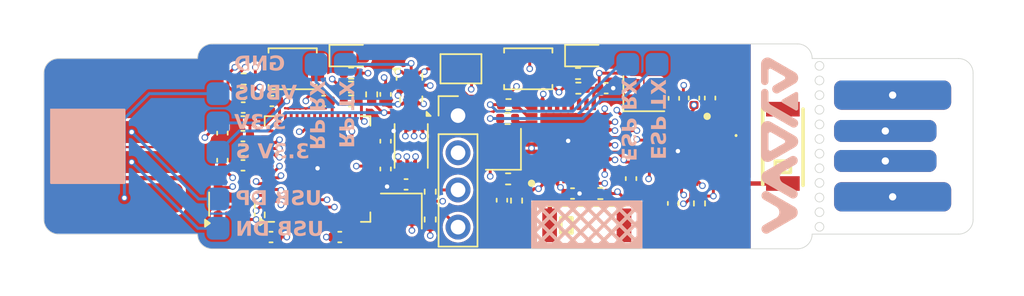
<source format=kicad_pcb>
(kicad_pcb (version 20240108) (generator "pcbnew") (generator_version "8.0")
  (layers (0 "F.Cu" jumper) (1 "In1.Cu" signal) (2 "In2.Cu" signal) (31 "B.Cu" signal) (34 "B.Paste" user) (35 "F.Paste" user) (36 "B.SilkS" user "B.Silkscreen") (37 "F.SilkS" user "F.Silkscreen") (38 "B.Mask" user) (39 "F.Mask" user) (44 "Edge.Cuts" user))
  (net 0 "")
  (net 1 "Net-(ANT1-OUT_(TO_ANTENNA))")
  (net 2 "GND")
  (net 3 "Net-(ANT1-IN_(TO_RFIC))")
  (net 4 "+3.3V")
  (net 5 "IRS")
  (net 6 "Net-(IC1-VR_PA)")
  (net 7 "Net-(IC2-EXT_RSTB)")
  (net 8 "Net-(D1-A)")
  (net 9 "Net-(D2-A)")
  (net 10 "BUSY")
  (net 11 "NRST")
  (net 12 "Net-(IC1-XTA)")
  (net 13 "ESP_SCK")
  (net 15 "ESP_MOSI")
  (net 16 "ESP_MISO")
  (net 17 "DIO_1")
  (net 20 "+3.3V_SW")
  (net 21 "NSS")
  (net 23 "LNA")
  (net 24 "Net-(IC2-CHIP_EN)")
  (net 27 "ESP_LED")
  (net 30 "Net-(IC2-XTAL_IN)")
  (net 33 "Net-(IC2-RES12K)")
  (net 35 "ESP_BOOT")
  (net 36 "USB_DN")
  (net 37 "USB_DP")
  (net 38 "USB_VBUS")
  (net 39 "RP2040_RX")
  (net 40 "RP2040_TX")
  (net 41 "Net-(U1-VREG_VOUT)")
  (net 44 "RP2040_LED")
  (net 45 "Net-(SW2-B)")
  (net 46 "QSPI_SS")
  (net 48 "QSPI_SD2")
  (net 64 "QSPI_SD3")
  (net 68 "QSPI_SD1")
  (net 71 "QSPI_SD0")
  (net 73 "Net-(U1-XIN)")
  (net 77 "QSPI_SCLK")
  (net 85 "Net-(IC2-U0TXD)")
  (net 86 "Net-(IC2-U0RXD)")
  (net 91 "Net-(J2-Pin_4)")
  (net 93 "Net-(J2-Pin_3)")
  (net 95 "RP2040_RX_NO")
  (net 96 "RP2040_TX_NC")
  (net 97 "Net-(U1-USB_DP)")
  (net 98 "Net-(U1-USB_DM)")
  (net 99 "RP2040_TX_NO")
  (net 100 "RP2040_RX_NC")
  (net 101 "Net-(X3-OUT)")
  (footprint "Resistor_SMD:R_0402_1005Metric" (layer "F.Cu") (at 143.3 112.71 90)
    (property "Reference" "R6" (hide yes))
    (property "Value" "12k")
  )
  (footprint "SamacSys_Parts:2450FM07A0029T" (layer "F.Cu") (at 158.3 109.713 -90)
    (property "Reference" "ANT1" (hide yes))
    (property "Value" "2450FM07A0029T" (hide yes))
  )
  (footprint "Capacitor_SMD:C_0402_1005Metric" (layer "F.Cu") (at 134.35 105.45 90)
    (property "Reference" "C18" (hide yes))
    (property "Value" "100nF")
  )
  (footprint "LED_SMD:LED_0603_1608Metric" (layer "F.Cu") (at 132 102.8)
    (property "Reference" "D2" (hide yes))
    (property "Value" "LED")
  )
  (footprint "Resistor_SMD:R_0402_1005Metric" (layer "F.Cu") (at 132 105.9)
    (property "Reference" "R10" (hide yes))
    (property "Value" "1k")
  )
  (footprint "Resistor_SMD:R_0402_1005Metric" (layer "F.Cu") (at 124.65 104.4)
    (property "Reference" "R14" (hide yes))
    (property "Value" "27")
  )
  (footprint "Resistor_SMD:R_0402_1005Metric" (layer "F.Cu") (at 147.525 105.025 180)
    (property "Reference" "R7" (hide yes))
    (property "Value" "12k")
  )
  (footprint "Capacitor_SMD:C_0402_1005Metric" (layer "F.Cu") (at 126.52 115.2 180)
    (property "Reference" "C1" (hide yes))
    (property "Value" "100nF")
  )
  (footprint "Capacitor_SMD:C_0402_1005Metric" (layer "F.Cu") (at 135.75 111.6 180)
    (property "Reference" "C5" (hide yes))
    (property "Value" "100nF")
  )
  (footprint "Capacitor_SMD:C_0402_1005Metric" (layer "F.Cu") (at 147.125 112.225)
    (property "Reference" "C10" (hide yes))
    (property "Value" "100nF")
  )
  (footprint "Resistor_SMD:R_0402_1005Metric" (layer "F.Cu") (at 133.4 105.45 90)
    (property "Reference" "R11" (hide yes))
    (property "Value" "12k")
  )
  (footprint "Capacitor_SMD:C_0402_1005Metric" (layer "F.Cu") (at 131.22 115.2)
    (property "Reference" "C14" (hide yes))
    (property "Value" "100nF")
  )
  (footprint "Capacitor_SMD:C_0402_1005Metric" (layer "F.Cu") (at 124.6 109.3 180)
    (property "Reference" "C13" (hide yes))
    (property "Value" "100nF")
  )
  (footprint "CustomFootprints:Crystal_SMD_SeikoEpson_FA128-4Pin_2.0x1.6mm" (layer "F.Cu") (at 135.425 113.425 180)
    (property "Reference" "X1" (hide yes))
    (property "Value" "SX1M_12MHz")
  )
  (footprint "CustomFootprints:Crystal_SMD_SeikoEpson_FA128-4Pin_2.0x1.6mm" (layer "F.Cu") (at 142.4 109.2 90)
    (property "Reference" "X2" (hide yes))
    (property "Value" "SX1M_26MHz")
  )
  (footprint "Capacitor_SMD:C_0402_1005Metric" (layer "F.Cu") (at 123.2 108.1 90)
    (property "Reference" "C19" (hide yes))
    (property "Value" "100nF")
  )
  (footprint "CustomFootprints:Crystal_SMD_SeikoEpson_FA128-4Pin_2.0x1.6mm" (layer "F.Cu") (at 152 105.4)
    (property "Reference" "X3" (hide yes))
    (property "Value" "YSO510TP_52MHz")
  )
  (footprint "Capacitor_SMD:C_0402_1005Metric" (layer "F.Cu") (at 142.3 112.68 -90)
    (property "Reference" "C12" (hide yes))
    (property "Value" "1uF")
  )
  (footprint "Capacitor_SMD:C_0402_1005Metric" (layer "F.Cu") (at 134.35 108.65 -90)
    (property "Reference" "C22" (hide yes))
    (property "Value" "100nF")
  )
  (footprint "Capacitor_SMD:C_0402_1005Metric" (layer "F.Cu") (at 124.62 106.35 180)
    (property "Reference" "C21" (hide yes))
    (property "Value" "1uF")
  )
  (footprint "easyeda2kicad:ANT-SMD_L5.2-W2.1" (layer "F.Cu") (at 148.1 114.4)
    (property "Reference" "L2" (hide yes))
    (property "Value" "SLDA52-2R710G-SITF")
  )
  (footprint "SamacSys_Parts:QFN50P400X400X100-25N-D" (layer "F.Cu") (at 154.325 109.325 -90)
    (property "Reference" "IC1" (hide yes))
    (property "Value" "SX1280IMLTRT" (hide yes))
  )
  (footprint "Capacitor_SMD:C_0402_1005Metric" (layer "F.Cu") (at 154 112.9 -90)
    (property "Reference" "C6" (hide yes))
    (property "Value" "100nF")
  )
  (footprint "Resistor_SMD:R_0402_1005Metric" (layer "F.Cu") (at 137.4 114 90)
    (property "Reference" "R4" (hide yes))
    (property "Value" "470")
  )
  (footprint "Resistor_SMD:R_0402_1005Metric" (layer "F.Cu") (at 142.75 106.15 180)
    (property "Reference" "R15" (hide yes))
    (property "Value" "470")
  )
  (footprint "Package_DFN_QFN:UQFN-10_1.3x1.8mm_P0.4mm" (layer "F.Cu") (at 136.1 105.025)
    (property "Reference" "S1" (hide yes))
    (property "Value" "TS3A5223RSWR")
  )
  (footprint "Resistor_SMD:R_0402_1005Metric" (layer "F.Cu") (at 155.8 112.9 -90)
    (property "Reference" "R2" (hide yes))
    (property "Value" "12k")
  )
  (footprint "Capacitor_SMD:C_0402_1005Metric" (layer "F.Cu") (at 124.605 110.3 180)
    (property "Reference" "C4" (hide yes))
    (property "Value" "100nF")
  )
  (footprint "Resistor_SMD:R_0402_1005Metric" (layer "F.Cu") (at 147.5 104.025)
    (property "Reference" "R8" (hide yes))
    (property "Value" "470")
  )
  (footprint "Package_DFN_QFN:QFN-56-1EP_7x7mm_P0.4mm_EP3.2x3.2mm" (layer "F.Cu") (at 129.7 110.55 90)
    (property "Reference" "U1" (hide yes))
    (property "Value" "RP2040")
  )
  (footprint "Package_TO_SOT_SMD:SOT-23-5" (layer "F.Cu") (at 123.85 112.95 90)
    (property "Reference" "PS1" (hide yes))
    (property "Value" "RT9013-33GB")
  )
  (footprint "Resistor_SMD:R_0402_1005Metric" (layer "F.Cu") (at 137.4 112.1 90)
    (property "Reference" "R16" (hide yes))
    (property "Value" "470")
  )
  (footprint "Capacitor_SMD:C_0402_1005Metric" (layer "F.Cu") (at 124.6 108.3 180)
    (property "Reference" "C2" (hide yes))
    (property "Value" "100nF")
  )
  (footprint "Resistor_SMD:R_0402_1005Metric" (layer "F.Cu") (at 124.6 105.4)
    (property "Reference" "R13" (hide yes))
    (property "Value" "27")
  )
  (footprint "CustomFootprints:PCB_USB_connector" (layer "F.Cu") (at 120.55 109.075 90)
    (property "Reference" "J1" (hide yes))
    (property "Value" "Conn_01x04")
  )
  (footprint "Jumper:SolderJumper-2_P1.3mm_Open_TrianglePad1.0x1.5mm" (layer "F.Cu") (at 139.5 103.7 180)
    (property "Reference" "JP1" (hide yes))
    (property "Value" "SolderJumper_2_Open")
  )
  (footprint "Capacitor_SMD:C_0402_1005Metric" (layer "F.Cu") (at 151.125 111.205 -90)
    (property "Reference" "C9" (hide yes))
    (property "Value" "470nF")
  )
  (footprint "Capacitor_SMD:C_0402_1005Metric" (layer "F.Cu") (at 123.2 109.95 -90)
    (property "Reference" "C20" (hide yes))
    (property "Value" "1uF")
  )
  (footprint "Capacitor_SMD:C_0402_1005Metric" (layer "F.Cu") (at 124.6 107.3 180)
    (property "Reference" "C16" (hide yes))
    (property "Value" "100nF")
  )
  (footprint "Resistor_SMD:R_0402_1005Metric" (layer "F.Cu") (at 142.69 107.1 180)
    (property "Reference" "R3" (hide yes))
    (property "Value" "470")
  )
  (footprint "Button_Switch_SMD:SW_SPST_B3U-1000P" (layer "F.Cu") (at 128 103.7)
    (property "Reference" "SW2" (hide yes))
    (property "Value" "SW_SPST")
  )
  (footprint "Resistor_SMD:R_0402_1005Metric" (layer "F.Cu") (at 142.725 111.225)
    (property "Reference" "R5" (hide yes))
    (property "Value" "12k")
  )
  (footprint "Package_SON:Winbond_USON-8-1EP_3x2mm_P0.5mm_EP0.2x1.6mm" (layer "F.Cu") (at 136.1 108.975 -90)
    (property "Reference" "U2" (hide yes))
    (property "Value" "W25Q16JVSS")
  )
  (footprint "Capacitor_SMD:C_0402_1005Metric" (layer "F.Cu") (at 134.35 110.55 -90)
    (property "Reference" "C15" (hide yes))
    (property "Value" "100nF")
  )
  (footprint "Capacitor_SMD:C_0402_1005Metric" (layer "F.Cu") (at 155.425 105.7 -90)
    (property "Reference" "C7" (hide yes))
    (property "Value" "10nF")
  )
  (footprint "LED_SMD:LED_0603_1608Metric" (layer "F.Cu") (at 148.1 102.8)
    (property "Reference" "D1" (hide yes))
    (property "Value" "LED")
  )
  (footprint "Resistor_SMD:R_0402_1005Metric" (layer "F.Cu") (at 149.025 112.225)
    (property "Reference" "R1" (hide yes))
    (property "Value" "12k")
  )
  (footprint "Capacitor_SMD:C_0402_1005Metric" (layer "F.Cu") (at 126.58 105.9 180)
    (property "Reference" "C17" (hide yes))
    (property "Value" "100nF")
  )
  (footprint "Capacitor_SMD:C_0402_1005Metric" (layer "F.Cu") (at 149.425 105.025)
    (property "Reference" "C11" (hide yes))
    (property "Value" "100nF")
  )
  (footprint "Capacitor_SMD:C_0402_1005Metric" (layer "F.Cu") (at 154.05 105.72 90)
    (property "Reference" "C23" (hide yes))
    (property "Value" "1nF")
  )
  (footprint "Connector_PinHeader_2.54mm:PinHeader_1x04_P2.54mm_Vertical" (layer "F.Cu") (at 139.3 106.9)
    (property "Reference" "J2" (hide yes))
    (property "Value" "Conn_01x04")
  )
  (footprint "Capacitor_SMD:C_0402_1005Metric" (layer "F.Cu") (at 156.525 105.7 -90)
    (property "Reference" "C8" (hide yes))
    (property "Value" "10nF")
  )
  (footprint "CustomFootprints:PCB_USB_connector_top" (layer "F.Cu") (at 164.95 108.95 -90)
    (property "Reference" "J3" (hide yes))
    (property "Value" "Conn_01x04")
  )
  (footprint "Button_Switch_SMD:SW_SPST_B3U-1000P" (layer "F.Cu") (at 144.1 103.7 180)
    (property "Reference" "SW1" (hide yes))
    (property "Value" "SW_SPST")
  )
  (footprint "SamacSys_Parts:QFN50P500X500X90-33N-D" (layer "F.Cu") (at 146.825 108.625 90)
    (property "Reference" "IC2" (hide yes))
    (property "Value" "ESP8285" (hide yes))
  )
  (footprint "easyeda2kicad:ANT-SMD_L5.2-W2.1" (layer "F.Cu") (at 161.5 109 90)
    (property "Reference" "L1" (hide yes))
    (property "Value" "SLDA52-2R710G-SITF")
  )
  (footprint "Capacitor_SMD:C_0402_1005Metric" (layer "F.Cu") (at 130.12 105.9 180)
    (property "Reference" "C3" (hide yes))
    (property "Value" "100nF")
  )
  (footprint "Resistor_SMD:R_0402_1005Metric" (layer "F.Cu") (at 131.99 104.95 180)
    (property "Reference" "R12" (hide yes))
    (property "Value" "12k")
  )
  (footprint "Resistor_SMD:R_0402_1005Metric" (layer "F.Cu") (at 132 104 180)
    (property "Reference" "R9" (hide yes))
    (property "Value" "470")
  )
  (footprint "Pads:PAD_1.5x1.5mm_NO_HOLE" (layer "B.Cu") (at 129.6 103.4 -90)
    (property "Reference" "J7" (hide yes))
    (property "Value" "RP_RX")
  )
  (footprint "Pads:PAD_1.5x1.5mm_NO_HOLE" (layer "B.Cu") (at 122.9 105.4 -90)
    (property "Reference" "J4" (hide yes))
    (property "Value" "VBUS")
  )
  (footprint "Pads:PAD_1.5x1.5mm_NO_HOLE" (layer "B.Cu") (at 131.6 103.4 -90)
    (property "Reference" "J8" (hide yes))
    (property "Value" "RP_TX")
  )
  (footprint "Pads:PAD_1.5x1.5mm_NO_HOLE" (layer "B.Cu") (at 122.9 103.4 -90)
    (property "Reference" "J11" (hide yes))
    (property "Value" "GND")
  )
  (footprint "Pads:PAD_1.5x1.5mm_NO_HOLE" (layer "B.Cu") (at 122.9 114.6 -90)
    (property "Reference" "J14" (hide yes))
    (property "Value" "DN")
  )
  (footprint "Pads:PAD_1.5x1.5mm_NO_HOLE" (layer "B.Cu") (at 122.9 107.4 -90)
    (property "Reference" "J12" (hide yes))
    (property "Value" "3.3V")
  )
  (footprint "Pads:PAD_1.5x1.5mm_NO_HOLE" (layer "B.Cu") (at 122.9 109.4 -90)
    (property "Reference" "J6" (hide yes))
    (property "Value" "3.3V_SW")
  )
  (footprint "Pads:PAD_1.5x1.5mm_NO_HOLE" (layer "B.Cu") (at 152.9 103.4 -90)
    (property "Reference" "J10" (hide yes))
    (property "Value" "ESP_TX")
  )
  (footprint "Pads:PAD_1.5x1.5mm_NO_HOLE" (layer "B.Cu") (at 150.9 103.4 -90)
    (property "Reference" "J9" (hide yes))
    (property "Value" "ESP_RX")
  )
  (footprint "Pads:PAD_1.5x1.5mm_NO_HOLE" (layer "B.Cu") (at 122.9 112.6 -90)
    (property "Reference" "J13" (hide yes))
    (property "Value" "DP")
  )
  (gr_poly (pts (xy 162.544189 108.642552) (xy 162.541564 108.614403) (xy 162.537192 108.586442) (xy 162.531069 108.558766) (xy 162.523198 108.531467) (xy 162.513578 108.504642) (xy 162.502208 108.478384) (xy 162.48909 108.452789) (xy 162.474222 108.427951) (xy 162.457605 108.403964) (xy 162.439239 108.380923) (xy 162.419123 108.358924) (xy 162.397258 108.338059) (xy 162.373645 108.318425) (xy 162.348282 108.300114) (xy 162.32117 108.283224) (xy 160.679285 107.335815) (xy 160.651093 107.320795) (xy 160.622546 107.307998) (xy 160.593725 107.297377) (xy 160.564712 107.288886) (xy 160.535591 107.282476) (xy 160.506443 107.2781) (xy 160.477349 107.275712) (xy 160.448392 107.275262) (xy 160.419653 107.276706) (xy 160.391216 107.279995) (xy 160.36316 107.285081) (xy 160.33557 107.291918) (xy 160.308527 107.300457) (xy 160.282112 107.310653) (xy 160.256407 107.322458) (xy 160.231495 107.335823) (xy 160.207457 107.350703) (xy 160.184377 107.367049) (xy 160.162335 107.384815) (xy 160.141414 107.403953) (xy 160.121695 107.424414) (xy 160.10326 107.446154) (xy 160.086192 107.469123) (xy 160.070573 107.493276) (xy 160.056484 107.518564) (xy 160.044008 107.54494) (xy 160.033226 107.572357) (xy 160.02422 107.600767) (xy 160.017073 107.630123) (xy 160.011867 107.660379) (xy 160.008683 107.691486) (xy 160.007603 107.723398) (xy 160.007603 109.618196) (xy 160.008683 109.650108) (xy 160.011867 109.681214) (xy 160.017073 109.71147) (xy 160.02422 109.740827) (xy 160.033226 109.769237) (xy 160.044008 109.796654) (xy 160.056484 109.823029) (xy 160.070573 109.848317) (xy 160.086192 109.87247) (xy 160.10326 109.895439) (xy 160.121695 109.917179) (xy 160.141414 109.937641) (xy 160.162335 109.956778) (xy 160.184377 109.974543) (xy 160.207457 109.99089) (xy 160.231495 110.00577) (xy 160.256407 110.019135) (xy 160.282112 110.030939) (xy 160.308527 110.041135) (xy 160.33557 110.049675) (xy 160.36316 110.056512) (xy 160.391216 110.061599) (xy 160.419653 110.064887) (xy 160.448392 110.066331) (xy 160.477349 110.065882) (xy 160.506443 110.063493) (xy 160.535591 110.059117) (xy 160.564712 110.052707) (xy 160.593725 110.044216) (xy 160.622546 110.033595) (xy 160.639821 110.025851) (xy 160.639821 109.308053) (xy 160.631685 109.307633) (xy 160.623635 109.306692) (xy 160.615695 109.305241) (xy 160.607885 109.303295) (xy 160.600232 109.300868) (xy 160.592756 109.297972) (xy 160.585483 109.294621) (xy 160.578433 109.290829) (xy 160.571632 109.286608) (xy 160.565101 109.281972) (xy 160.558865 109.276934) (xy 160.552946 109.271508) (xy 160.547368 109.265708) (xy 160.542152 109.259546) (xy 160.537325 109.253038) (xy 160.532906 109.246193) (xy 160.52892 109.239028) (xy 160.525391 109.231556) (xy 160.522342 109.223789) (xy 160.519795 109.215741) (xy 160.517774 109.207425) (xy 160.516301 109.198856) (xy 160.515401 109.190045) (xy 160.515095 109.181008) (xy 160.515095 108.160585) (xy 160.515401 108.151547) (xy 160.516301 108.142737) (xy 160.517774 108.134168) (xy 160.519795 108.125852) (xy 160.522342 108.117805) (xy 160.525391 108.110038) (xy 160.52892 108.102565) (xy 160.532906 108.0954) (xy 160.537325 108.088556) (xy 160.542152 108.082047) (xy 160.547368 108.075885) (xy 160.552946 108.070085) (xy 160.558865 108.064659) (xy 160.565101 108.059621) (xy 160.571632 108.054986) (xy 160.578433 108.050765) (xy 160.585483 108.046972) (xy 160.592756 108.043621) (xy 160.600232 108.040725) (xy 160.607885 108.038298) (xy 160.615695 108.036352) (xy 160.623635 108.034901) (xy 160.631685 108.03396) (xy 160.639821 108.03354) (xy 160.648019 108.033656) (xy 160.656257 108.034321) (xy 160.664511 108.035548) (xy 160.672758 108.037351) (xy 160.680975 108.039742) (xy 160.689139 108.042737) (xy 160.697227 108.046346) (xy 160.705215 108.050586) (xy 161.592543 108.560806) (xy 161.600248 108.565591) (xy 161.607456 108.57078) (xy 161.614167 108.576347) (xy 161.620381 108.582264) (xy 161.626098 108.588505) (xy 161.631318 108.595041) (xy 161.63604 108.601849) (xy 161.640266 108.608899) (xy 161.643993 108.616164) (xy 161.647225 108.623618) (xy 161.649959 108.631234) (xy 161.652196 108.638985) (xy 161.653936 108.646844) (xy 161.655179 108.654783) (xy 161.655925 108.662776) (xy 161.656173 108.670797) (xy 161.655925 108.678818) (xy 161.655179 108.686811) (xy 161.653936 108.694751) (xy 161.652196 108.702609) (xy 161.649959 108.71036) (xy 161.647225 108.717976) (xy 161.643993 108.725431) (xy 161.640266 108.732695) (xy 161.63604 108.739745) (xy 161.631318 108.746553) (xy 161.626098 108.75309) (xy 161.620381 108.759331) (xy 161.614167 108.765248) (xy 161.607456 108.770814) (xy 161.600248 108.776003) (xy 161.592543 108.780788) (xy 160.705215 109.291007) (xy 160.697227 109.295246) (xy 160.689139 109.298857) (xy 160.680975 109.301851) (xy 160.672758 109.304242) (xy 160.664511 109.306045) (xy 160.656257 109.307273) (xy 160.648019 109.307937) (xy 160.639821 109.308053) (xy 160.639821 110.025851) (xy 160.651093 110.020798) (xy 160.679285 110.005778) (xy 162.321168 109.058369) (xy 162.34828 109.041479) (xy 162.373643 109.023169) (xy 162.397257 109.003534) (xy 162.419122 108.98267) (xy 162.439238 108.96067) (xy 162.457604 108.93763) (xy 162.474221 108.913643) (xy 162.489089 108.888805) (xy 162.502208 108.86321) (xy 162.513578 108.836952) (xy 162.523198 108.810127) (xy 162.531069 108.782829) (xy 162.537191 108.755152) (xy 162.541564 108.727191) (xy 162.544188 108.699042) (xy 162.545063 108.670797)) (fill solid) (layer "B.SilkS"))
  (gr_poly (pts (xy 162.512633 109.95096) (xy 162.510362 109.928768) (xy 162.506649 109.907183) (xy 162.501551 109.88624) (xy 162.495128 109.865973) (xy 162.487438 109.846414) (xy 162.47854 109.827599) (xy 162.468491 109.80956) (xy 162.457351 109.792331) (xy 162.445179 109.775948) (xy 162.432032 109.760441) (xy 162.417968 109.745846) (xy 162.403048 109.732197) (xy 162.387329 109.719527) (xy 162.370868 109.707871) (xy 162.353726 109.69726) (xy 162.335961 109.68773) (xy 162.317631 109.679315) (xy 162.298795 109.672047) (xy 162.279509 109.665961) (xy 162.259836 109.661091) (xy 162.239831 109.657471) (xy 162.219554 109.655132) (xy 162.199063 109.654111) (xy 162.178416 109.65444) (xy 162.157673 109.656154) (xy 162.136891 109.659286) (xy 162.11613 109.66387) (xy 162.095447 109.669938) (xy 162.074901 109.677527) (xy 162.05455 109.686668) (xy 162.034455 109.697397) (xy 160.261064 110.722641) (xy 160.234205 110.739404) (xy 160.209078 110.757571) (xy 160.185685 110.777052) (xy 160.164024 110.797751) (xy 160.144097 110.819575) (xy 160.125901 110.84243) (xy 160.109439 110.866222) (xy 160.09471 110.890858) (xy 160.081713 110.916244) (xy 160.07045 110.942285) (xy 160.060919 110.96889) (xy 160.053121 110.995963) (xy 160.047056 111.023411) (xy 160.042724 111.051141) (xy 160.040125 111.079058) (xy 160.039258 111.107069) (xy 160.040125 111.13508) (xy 160.042724 111.162997) (xy 160.047056 111.190727) (xy 160.053121 111.218175) (xy 160.060919 111.245249) (xy 160.07045 111.271854) (xy 160.081713 111.297896) (xy 160.09471 111.323283) (xy 160.109439 111.34792) (xy 160.125901 111.371713) (xy 160.144097 111.394569) (xy 160.164024 111.416394) (xy 160.185685 111.437094) (xy 160.209078 111.456575) (xy 160.234205 111.474744) (xy 160.261064 111.491508) (xy 162.046331 112.523604) (xy 162.065929 112.534067) (xy 162.085775 112.542982) (xy 162.105811 112.550383) (xy 162.125981 112.556301) (xy 162.146228 112.560772) (xy 162.166495 112.563826) (xy 162.186723 112.565498) (xy 162.206858 112.565819) (xy 162.226841 112.564823) (xy 162.246615 112.562544) (xy 162.266124 112.559012) (xy 162.28531 112.554263) (xy 162.304116 112.548328) (xy 162.322486 112.541241) (xy 162.340362 112.533035) (xy 162.357686 112.523741) (xy 162.374404 112.513394) (xy 162.390455 112.502025) (xy 162.405785 112.48967) (xy 162.420335 112.476359) (xy 162.434049 112.462126) (xy 162.446871 112.447004) (xy 162.458742 112.431026) (xy 162.469606 112.414225) (xy 162.479405 112.396632) (xy 162.488082 112.378283) (xy 162.495581 112.359209) (xy 162.501845 112.339445) (xy 162.506816 112.319021) (xy 162.510438 112.297971) (xy 162.512652 112.276328) (xy 162.513403 112.254125) (xy 162.51323 112.24371) (xy 162.512711 112.233351) (xy 162.511853 112.223056) (xy 162.510657 112.212832) (xy 162.509129 112.202686) (xy 162.507274 112.192625) (xy 162.505094 112.182656) (xy 162.502595 112.172787) (xy 162.499779 112.163025) (xy 162.496652 112.153377) (xy 162.493218 112.143848) (xy 162.489479 112.134449) (xy 162.485442 112.125184) (xy 162.481109 112.116062) (xy 162.476486 112.107089) (xy 162.471575 112.098272) (xy 162.466382 112.089619) (xy 162.460909 112.081136) (xy 162.455162 112.072832) (xy 162.449145 112.064712) (xy 162.442861 112.056785) (xy 162.436315 112.049057) (xy 162.429511 112.041535) (xy 162.422452 112.034227) (xy 162.415144 112.027139) (xy 162.407589 112.020278) (xy 162.399794 112.013654) (xy 162.39176 112.00727) (xy 162.383494 112.001135) (xy 162.374998 111.995258) (xy 162.366276 111.989642) (xy 162.357333 111.984298) (xy 161.517362 111.501134) (xy 161.490402 111.484387) (xy 161.465181 111.466225) (xy 161.441699 111.446743) (xy 161.419957 111.426034) (xy 161.399954 111.404193) (xy 161.38169 111.381315) (xy 161.365166 111.357493) (xy 161.350381 111.332823) (xy 161.337336 111.307398) (xy 161.32603 111.281313) (xy 161.316464 111.254662) (xy 161.308636 111.227539) (xy 161.302548 111.200038) (xy 161.2982 111.172255) (xy 161.295591 111.144284) (xy 161.294721 111.116218) (xy 161.295591 111.088152) (xy 161.2982 111.06018) (xy 161.302549 111.032397) (xy 161.308636 111.004897) (xy 161.316464 110.977774) (xy 161.326031 110.951123) (xy 161.337336 110.925037) (xy 161.350382 110.899613) (xy 161.365167 110.874942) (xy 161.381691 110.851121) (xy 161.399955 110.828242) (xy 161.419958 110.806402) (xy 161.4417 110.785693) (xy 161.465182 110.76621) (xy 161.490404 110.748048) (xy 161.517364 110.731301) (xy 162.353365 110.25042) (xy 162.371479 110.239183) (xy 162.388668 110.226865) (xy 162.404899 110.213526) (xy 162.42014 110.199223) (xy 162.434355 110.184016) (xy 162.447512 110.167961) (xy 162.459575 110.15112) (xy 162.470512 110.133548) (xy 162.480289 110.115306) (xy 162.488871 110.096451) (xy 162.496227 110.077042) (xy 162.50232 110.057136) (xy 162.507119 110.036794) (xy 162.510587 110.016073) (xy 162.512693 109.995031) (xy 162.513403 109.973726)) (fill solid) (layer "B.SilkS"))
  (gr_poly (pts (xy 162.512537 113.489164) (xy 162.509937 113.461247) (xy 162.505606 113.433517) (xy 162.499541 113.406069) (xy 162.491743 113.378995) (xy 162.482212 113.35239) (xy 162.470948 113.326348) (xy 162.457952 113.300961) (xy 162.443223 113.276325) (xy 162.426761 113.252531) (xy 162.408566 113.229676) (xy 162.388638 113.207851) (xy 162.366978 113.187151) (xy 162.343584 113.16767) (xy 162.318458 113.1495) (xy 162.291599 113.132737) (xy 160.506341 112.100641) (xy 160.486742 112.090178) (xy 160.466895 112.081262) (xy 160.446858 112.073862) (xy 160.426687 112.067943) (xy 160.406439 112.063473) (xy 160.386172 112.060418) (xy 160.365942 112.058747) (xy 160.345807 112.058426) (xy 160.325824 112.059421) (xy 160.306048 112.061701) (xy 160.286539 112.065233) (xy 160.267352 112.069982) (xy 160.248546 112.075916) (xy 160.230176 112.083004) (xy 160.2123 112.091211) (xy 160.194975 112.100504) (xy 160.178258 112.110852) (xy 160.162206 112.12222) (xy 160.146877 112.134576) (xy 160.132326 112.147886) (xy 160.118611 112.162119) (xy 160.10579 112.177241) (xy 160.09392 112.19322) (xy 160.083056 112.210021) (xy 160.073257 112.227612) (xy 160.064579 112.245962) (xy 160.05708 112.265035) (xy 160.050816 112.284801) (xy 160.045845 112.305225) (xy 160.042224 112.326275) (xy 160.04001 112.347917) (xy 160.039258 112.370119) (xy 160.039432 112.380535) (xy 160.03995 112.390894) (xy 160.040809 112.401189) (xy 160.042004 112.411413) (xy 160.043532 112.42156) (xy 160.045387 112.43162) (xy 160.047567 112.441588) (xy 160.050067 112.451458) (xy 160.052882 112.46122) (xy 160.056009 112.470869) (xy 160.059444 112.480396) (xy 160.063182 112.489796) (xy 160.067219 112.49906) (xy 160.071552 112.508183) (xy 160.076176 112.517156) (xy 160.081087 112.525973) (xy 160.086281 112.534626) (xy 160.091753 112.543108) (xy 160.0975 112.551413) (xy 160.103517 112.559532) (xy 160.109801 112.56746) (xy 160.116347 112.575188) (xy 160.123152 112.58271) (xy 160.13021 112.590018) (xy 160.137518 112.597106) (xy 160.145072 112.603966) (xy 160.152868 112.610592) (xy 160.160901 112.616975) (xy 160.169168 112.623109) (xy 160.177664 112.628987) (xy 160.186386 112.634602) (xy 160.195328 112.639946) (xy 161.035306 113.123111) (xy 161.062267 113.139858) (xy 161.087487 113.15802) (xy 161.110969 113.177502) (xy 161.132711 113.198211) (xy 161.152714 113.220051) (xy 161.170978 113.242929) (xy 161.187502 113.266751) (xy 161.202286 113.291421) (xy 161.215331 113.316846) (xy 161.226637 113.342932) (xy 161.236203 113.369583) (xy 161.244031 113.396706) (xy 161.250118 113.424206) (xy 161.254467 113.451989) (xy 161.257076 113.479961) (xy 161.257946 113.508027) (xy 161.257076 113.536093) (xy 161.254467 113.564065) (xy 161.250118 113.591848) (xy 161.244031 113.619348) (xy 161.236203 113.646471) (xy 161.226636 113.673122) (xy 161.215331 113.699208) (xy 161.202286 113.724633) (xy 161.187501 113.749304) (xy 161.170977 113.773125) (xy 161.152714 113.796004) (xy 161.132711 113.817844) (xy 161.110969 113.838553) (xy 161.087487 113.858036) (xy 161.062267 113.876198) (xy 161.035306 113.892945) (xy 160.199293 114.373831) (xy 160.181182 114.385069) (xy 160.163995 114.397386) (xy 160.147764 114.410725) (xy 160.132525 114.425027) (xy 160.118311 114.440234) (xy 160.105154 114.456286) (xy 160.093091 114.473127) (xy 160.082153 114.490697) (xy 160.072376 114.508939) (xy 160.063793 114.527793) (xy 160.056437 114.5472) (xy 160.050343 114.567105) (xy 160.045544 114.587447) (xy 160.042074 114.608168) (xy 160.039968 114.629209) (xy 160.039258 114.650514) (xy 160.040029 114.673281) (xy 160.042299 114.695475) (xy 160.046013 114.717061) (xy 160.05111 114.738004) (xy 160.057534 114.758273) (xy 160.065224 114.777832) (xy 160.074122 114.796648) (xy 160.084171 114.814688) (xy 160.095311 114.831916) (xy 160.107485 114.848301) (xy 160.120632 114.863808) (xy 160.134695 114.878402) (xy 160.149616 114.892052) (xy 160.165336 114.904722) (xy 160.181796 114.916379) (xy 160.198938 114.92699) (xy 160.216703 114.936519) (xy 160.235033 114.944935) (xy 160.25387 114.952202) (xy 160.273155 114.958288) (xy 160.292829 114.963158) (xy 160.312834 114.966779) (xy 160.333111 114.969117) (xy 160.353601 114.970137) (xy 160.374247 114.969808) (xy 160.39499 114.968094) (xy 160.415771 114.964962) (xy 160.436533 114.960379) (xy 160.457215 114.954309) (xy 160.47776 114.94672) (xy 160.498109 114.937578) (xy 160.518204 114.92685) (xy 162.291599 113.90161) (xy 162.318458 113.884846) (xy 162.343584 113.866678) (xy 162.366978 113.847197) (xy 162.388638 113.826497) (xy 162.408566 113.804672) (xy 162.426761 113.781817) (xy 162.443223 113.758024) (xy 162.457952 113.733387) (xy 162.470948 113.708001) (xy 162.482212 113.681958) (xy 162.491743 113.655353) (xy 162.499541 113.628281) (xy 162.505606 113.600832) (xy 162.509937 113.573102) (xy 162.512537 113.545185) (xy 162.513403 113.517175)) (fill solid) (layer "B.SilkS"))
  (gr_poly (pts (xy 162.544757 105.396928) (xy 162.543857 105.388118) (xy 162.542384 105.379549) (xy 162.540363 105.371233) (xy 162.537816 105.363185) (xy 162.534766 105.355418) (xy 162.531237 105.347947) (xy 162.527252 105.340782) (xy 162.522833 105.333937) (xy 162.518005 105.327428) (xy 162.512789 105.321267) (xy 162.507211 105.315467) (xy 162.501292 105.310041) (xy 162.495055 105.305004) (xy 162.488525 105.300369) (xy 162.481723 105.296148) (xy 162.474674 105.292355) (xy 162.4674 105.289005) (xy 162.459924 105.286109) (xy 162.452271 105.283682) (xy 162.444461 105.281737) (xy 162.436521 105.280287) (xy 162.428471 105.279347) (xy 162.420336 105.278928) (xy 162.412138 105.279044) (xy 162.4039 105.27971) (xy 162.395646 105.280939) (xy 162.387401 105.282743) (xy 162.379184 105.285136) (xy 162.371021 105.288131) (xy 162.362934 105.291743) (xy 162.354947 105.295983) (xy 161.467614 105.806187) (xy 161.459909 105.810972) (xy 161.452701 105.816161) (xy 161.44599 105.821727) (xy 161.439776 105.827645) (xy 161.434059 105.833885) (xy 161.42884 105.840423) (xy 161.424117 105.84723) (xy 161.419892 105.854279) (xy 161.416164 105.861545) (xy 161.412932 105.868999) (xy 161.410199 105.876616) (xy 161.407961 105.884366) (xy 161.406221 105.892224) (xy 161.404979 105.900164) (xy 161.404232 105.908158) (xy 161.403984 105.916178) (xy 161.404232 105.924199) (xy 161.404979 105.932192) (xy 161.406221 105.940131) (xy 161.407961 105.94799) (xy 161.410199 105.955741) (xy 161.412932 105.963357) (xy 161.416164 105.970811) (xy 161.419892 105.978077) (xy 161.424117 105.985127) (xy 161.42884 105.991934) (xy 161.434059 105.998471) (xy 161.439776 106.004712) (xy 161.44599 106.010628) (xy 161.452701 106.016195) (xy 161.459909 106.021384) (xy 161.467614 106.026169) (xy 162.354947 106.536389) (xy 162.362934 106.540628) (xy 162.371021 106.544238) (xy 162.379184 106.547233) (xy 162.387401 106.549625) (xy 162.395646 106.551428) (xy 162.4039 106.552655) (xy 162.412138 106.55332) (xy 162.420336 106.553437) (xy 162.428471 106.553018) (xy 162.436521 106.552076) (xy 162.444461 106.550627) (xy 162.452271 106.548682) (xy 162.459924 106.546254) (xy 162.4674 106.543359) (xy 162.474674 106.540008) (xy 162.481723 106.536217) (xy 162.488525 106.531996) (xy 162.495055 106.52736) (xy 162.501292 106.522322) (xy 162.507211 106.516897) (xy 162.512789 106.511098) (xy 162.518005 106.504935) (xy 162.522833 106.498427) (xy 162.527252 106.491582) (xy 162.531237 106.484417) (xy 162.534766 106.476944) (xy 162.537816 106.469177) (xy 162.540363 106.461128) (xy 162.542384 106.452811) (xy 162.543857 106.44424) (xy 162.544757 106.435429) (xy 162.545063 106.426391) (xy 162.545063 105.405966)) (fill solid) (layer "B.SilkS"))
  (gr_poly (pts (xy 162.544189 104.297153) (xy 162.541564 104.269002) (xy 162.537192 104.241042) (xy 162.531069 104.213365) (xy 162.523198 104.186066) (xy 162.513578 104.159242) (xy 162.502208 104.132984) (xy 162.48909 104.107388) (xy 162.474222 104.08255) (xy 162.457605 104.058563) (xy 162.439239 104.035523) (xy 162.419123 104.013523) (xy 162.397258 103.992658) (xy 162.373645 103.973024) (xy 162.348282 103.954713) (xy 162.32117 103.937823) (xy 160.679285 102.990416) (xy 160.651093 102.975395) (xy 160.622546 102.962598) (xy 160.593725 102.951977) (xy 160.564712 102.943486) (xy 160.535591 102.937076) (xy 160.506443 102.9327) (xy 160.477349 102.930312) (xy 160.448392 102.929863) (xy 160.419653 102.931306) (xy 160.391216 102.934595) (xy 160.36316 102.939681) (xy 160.33557 102.946518) (xy 160.308527 102.955058) (xy 160.282112 102.965254) (xy 160.256407 102.977059) (xy 160.231495 102.990424) (xy 160.207457 103.005303) (xy 160.184377 103.021649) (xy 160.162335 103.039415) (xy 160.141414 103.058553) (xy 160.121695 103.079014) (xy 160.10326 103.100754) (xy 160.086192 103.123724) (xy 160.070573 103.147876) (xy 160.056484 103.173164) (xy 160.044008 103.19954) (xy 160.033226 103.226956) (xy 160.02422 103.255367) (xy 160.017073 103.284723) (xy 160.011867 103.314978) (xy 160.008683 103.346086) (xy 160.007603 103.377996) (xy 160.007603 104.561992) (xy 160.007934 104.57505) (xy 160.008914 104.587937) (xy 160.010527 104.600636) (xy 160.012759 104.613133) (xy 160.015592 104.625409) (xy 160.019011 104.637451) (xy 160.023 104.649241) (xy 160.027543 104.660764) (xy 160.032624 104.672004) (xy 160.038228 104.682945) (xy 160.044338 104.693571) (xy 160.050938 104.703866) (xy 160.058012 104.713815) (xy 160.065545 104.723401) (xy 160.073519 104.732608) (xy 160.081921 104.74142) (xy 160.090734 104.749822) (xy 160.099941 104.757797) (xy 160.109527 104.76533) (xy 160.119474 104.772404) (xy 160.129769 104.779004) (xy 160.140396 104.785114) (xy 160.151337 104.790717) (xy 160.162577 104.795798) (xy 160.174101 104.800342) (xy 160.185891 104.80433) (xy 160.197932 104.80775) (xy 160.210209 104.810583) (xy 160.222705 104.812814) (xy 160.235404 104.814428) (xy 160.248291 104.815408) (xy 160.261349 104.815738) (xy 160.274408 104.815408) (xy 160.287295 104.814428) (xy 160.299995 104.812814) (xy 160.31249 104.810583) (xy 160.324767 104.80775) (xy 160.336808 104.80433) (xy 160.348599 104.800342) (xy 160.360122 104.795798) (xy 160.371362 104.790717) (xy 160.382303 104.785114) (xy 160.392929 104.779004) (xy 160.403225 104.772404) (xy 160.413173 104.76533) (xy 160.422758 104.757797) (xy 160.431965 104.749822) (xy 160.440778 104.74142) (xy 160.449179 104.732608) (xy 160.457154 104.723401) (xy 160.464687 104.713815) (xy 160.471761 104.703866) (xy 160.478362 104.693571) (xy 160.484471 104.682945) (xy 160.490075 104.672004) (xy 160.495156 104.660764) (xy 160.499699 104.649241) (xy 160.503688 104.637451) (xy 160.507107 104.625409) (xy 160.50994 104.613133) (xy 160.512172 104.600636) (xy 160.513786 104.587937) (xy 160.514765 104.57505) (xy 160.515095 104.561992) (xy 160.515095 103.815185) (xy 160.515401 103.806148) (xy 160.516301 103.797338) (xy 160.517774 103.788768) (xy 160.519795 103.780453) (xy 160.522342 103.772405) (xy 160.525391 103.764638) (xy 160.52892 103.757165) (xy 160.532906 103.75) (xy 160.537325 103.743156) (xy 160.542152 103.736647) (xy 160.547368 103.730486) (xy 160.552946 103.724685) (xy 160.558865 103.71926) (xy 160.565101 103.714222) (xy 160.571632 103.709586) (xy 160.578433 103.705365) (xy 160.585483 103.701572) (xy 160.592756 103.698221) (xy 160.600232 103.695325) (xy 160.607885 103.692898) (xy 160.615695 103.690952) (xy 160.623635 103.689502) (xy 160.631685 103.68856) (xy 160.639821 103.688141) (xy 160.648019 103.688257) (xy 160.656257 103.688922) (xy 160.664511 103.690148) (xy 160.672758 103.691951) (xy 160.680975 103.694343) (xy 160.689139 103.697338) (xy 160.697227 103.700948) (xy 160.705215 103.705187) (xy 161.592543 104.215406) (xy 161.600248 104.220192) (xy 161.607456 104.22538) (xy 161.614167 104.230947) (xy 161.620381 104.236864) (xy 161.626098 104.243105) (xy 161.631318 104.249642) (xy 161.63604 104.256449) (xy 161.640266 104.263499) (xy 161.643993 104.270765) (xy 161.647225 104.278218) (xy 161.649959 104.285834) (xy 161.652196 104.293585) (xy 161.653936 104.301444) (xy 161.655179 104.309384) (xy 161.655925 104.317377) (xy 161.656173 104.325397) (xy 161.655925 104.333418) (xy 161.655179 104.341412) (xy 161.653936 104.349351) (xy 161.652196 104.35721) (xy 161.649959 104.36496) (xy 161.647225 104.372576) (xy 161.643993 104.380031) (xy 161.640266 104.387296) (xy 161.63604 104.394345) (xy 161.631318 104.401153) (xy 161.626098 104.407691) (xy 161.620381 104.413931) (xy 161.614167 104.419848) (xy 161.607456 104.425414) (xy 161.600248 104.430604) (xy 161.592543 104.435388) (xy 160.92074 104.821668) (xy 160.912037 104.826867) (xy 160.903549 104.83233) (xy 160.895281 104.838049) (xy 160.887235 104.844018) (xy 160.879416 104.850229) (xy 160.871829 104.856674) (xy 160.864477 104.863349) (xy 160.857365 104.870246) (xy 160.850495 104.877356) (xy 160.843873 104.884675) (xy 160.837502 104.892195) (xy 160.831385 104.899909) (xy 160.825529 104.907809) (xy 160.819935 104.91589) (xy 160.814609 104.924144) (xy 160.809554 104.932563) (xy 160.804774 104.941143) (xy 160.800274 104.949875) (xy 160.796057 104.958752) (xy 160.792127 104.967767) (xy 160.788488 104.976914) (xy 160.785146 104.986185) (xy 160.782102 104.995575) (xy 160.779362 105.005075) (xy 160.776929 105.014679) (xy 160.774808 105.02438) (xy 160.773001 105.034172) (xy 160.771514 105.044045) (xy 160.770351 105.053995) (xy 160.769516 105.064015) (xy 160.769011 105.074096) (xy 160.768841 105.084233) (xy 160.769571 105.105828) (xy 160.771725 105.126878) (xy 160.775246 105.147352) (xy 160.780079 105.167218) (xy 160.786168 105.186443) (xy 160.793459 105.204997) (xy 160.801897 105.222847) (xy 160.811424 105.23996) (xy 160.821986 105.256305) (xy 160.833529 105.27185) (xy 160.845995 105.286562) (xy 160.85933 105.30041) (xy 160.873478 105.313362) (xy 160.888385 105.325386) (xy 160.903994 105.336449) (xy 160.920249 105.34652) (xy 160.937096 105.355567) (xy 160.95448 105.363557) (xy 160.972344 105.370459) (xy 160.990634 105.376241) (xy 161.009294 105.38087) (xy 161.028267 105.384315) (xy 161.047499 105.386543) (xy 161.066936 105.387522) (xy 161.08652 105.387222) (xy 161.106197 105.385609) (xy 161.125911 105.382651) (xy 161.145608 105.378316) (xy 161.165229 105.372573) (xy 161.184723 105.36539) (xy 161.204032 105.356734) (xy 161.223101 105.346574) (xy 162.321168 104.712971) (xy 162.34828 104.696079) (xy 162.373643 104.67777) (xy 162.397257 104.658135) (xy 162.419122 104.637271) (xy 162.439238 104.615271) (xy 162.457604 104.59223) (xy 162.474221 104.568243) (xy 162.489089 104.543405) (xy 162.502208 104.51781) (xy 162.513578 104.491553) (xy 162.523198 104.464727) (xy 162.531069 104.437428) (xy 162.537191 104.409752) (xy 162.541564 104.381791) (xy 162.544188 104.353641) (xy 162.545063 104.325397)) (fill solid) (layer "B.SilkS"))
  (gr_rect (start 111.5 106.5) (end 116.5 111.5) (stroke (width 0.15)) (fill solid) (layer "B.SilkS"))
  (gr_poly (pts (xy 162.544393 107.396429) (xy 162.542405 107.376534) (xy 162.53913 107.356941) (xy 162.5346 107.337706) (xy 162.528848 107.318885) (xy 162.521904 107.300529) (xy 162.513801 107.282697) (xy 162.504571 107.265443) (xy 162.494244 107.248821) (xy 162.482853 107.232888) (xy 162.47043 107.217697) (xy 162.457007 107.203304) (xy 162.442615 107.189764) (xy 162.427286 107.177134) (xy 162.411052 107.165465) (xy 162.393944 107.154815) (xy 160.705405 106.179939) (xy 160.694498 106.173398) (xy 160.68386 106.166527) (xy 160.673497 106.159336) (xy 160.663415 106.151833) (xy 160.653617 106.144027) (xy 160.64411 106.135926) (xy 160.634897 106.127539) (xy 160.625985 106.118876) (xy 160.617378 106.109943) (xy 160.609081 106.100751) (xy 160.601098 106.091308) (xy 160.593436 106.081621) (xy 160.586098 106.071701) (xy 160.579091 106.061557) (xy 160.572419 106.051195) (xy 160.566087 106.040625) (xy 160.560099 106.029856) (xy 160.554462 106.018897) (xy 160.54918 106.007756) (xy 160.544258 105.996441) (xy 160.539701 105.984962) (xy 160.535514 105.973327) (xy 160.531702 105.961544) (xy 160.52827 105.949624) (xy 160.525223 105.937573) (xy 160.522566 105.925401) (xy 160.520305 105.913116) (xy 160.518443 105.900728) (xy 160.516985 105.888244) (xy 160.515939 105.875673) (xy 160.515307 105.863025) (xy 160.515095 105.850308) (xy 160.515095 105.324514) (xy 160.514765 105.311458) (xy 160.513785 105.298572) (xy 160.512171 105.285874) (xy 160.50994 105.273379) (xy 160.507106 105.261103) (xy 160.503687 105.249063) (xy 160.499697 105.237274) (xy 160.495153 105.225751) (xy 160.490072 105.214512) (xy 160.484468 105.203571) (xy 160.478357 105.192946) (xy 160.471758 105.182652) (xy 160.464683 105.172703) (xy 160.45715 105.163118) (xy 160.449174 105.153912) (xy 160.440772 105.1451) (xy 160.431959 105.136699) (xy 160.422752 105.128724) (xy 160.413166 105.121191) (xy 160.403217 105.114117) (xy 160.392922 105.107517) (xy 160.382296 105.101408) (xy 160.371356 105.095804) (xy 160.360115 105.090723) (xy 160.348593 105.08618) (xy 160.336803 105.082191) (xy 160.324762 105.078772) (xy 160.312486 105.075939) (xy 160.299991 105.073708) (xy 160.287292 105.072094) (xy 160.274407 105.071114) (xy 160.261349 105.070784) (xy 160.248291 105.071114) (xy 160.235404 105.072094) (xy 160.222705 105.073708) (xy 160.210209 105.075939) (xy 160.197932 105.078772) (xy 160.185891 105.082191) (xy 160.174101 105.08618) (xy 160.162577 105.090723) (xy 160.151337 105.095804) (xy 160.140396 105.101408) (xy 160.129769 105.107518) (xy 160.119474 105.114118) (xy 160.109527 105.121193) (xy 160.099941 105.128725) (xy 160.090734 105.1367) (xy 160.081921 105.145102) (xy 160.073519 105.153914) (xy 160.065545 105.163121) (xy 160.058012 105.172707) (xy 160.050938 105.182655) (xy 160.044338 105.19295) (xy 160.038228 105.203577) (xy 160.032624 105.214517) (xy 160.027543 105.225757) (xy 160.023 105.237281) (xy 160.019011 105.249071) (xy 160.015592 105.261113) (xy 160.012759 105.27339) (xy 160.010527 105.285885) (xy 160.008914 105.298585) (xy 160.007934 105.311471) (xy 160.007603 105.32453) (xy 160.007603 106.255302) (xy 160.008447 106.280665) (xy 160.010951 106.305717) (xy 160.015074 106.330388) (xy 160.020778 106.354608) (xy 160.028022 106.37831) (xy 160.036766 106.401423) (xy 160.04697 106.423878) (xy 160.058595 106.445606) (xy 160.071599 106.466536) (xy 160.085944 106.486601) (xy 160.101589 106.50573) (xy 160.118493 106.523854) (xy 160.136618 106.540905) (xy 160.155923 106.556812) (xy 160.176368 106.571506) (xy 160.197913 106.584918) (xy 162.091707 107.678309) (xy 162.110735 107.688453) (xy 162.130003 107.697096) (xy 162.149456 107.704268) (xy 162.169037 107.710004) (xy 162.188693 107.714333) (xy 162.208367 107.717288) (xy 162.228003 107.718901) (xy 162.247549 107.719205) (xy 162.266945 107.71823) (xy 162.28614 107.71601) (xy 162.305076 107.712574) (xy 162.323698 107.707958) (xy 162.341951 107.702191) (xy 162.35978 107.695305) (xy 162.37713 107.687334) (xy 162.393944 107.678308) (xy 162.410169 107.668259) (xy 162.425747 107.65722) (xy 162.440625 107.645223) (xy 162.454746 107.632299) (xy 162.468055 107.61848) (xy 162.480498 107.603798) (xy 162.492018 107.588287) (xy 162.502561 107.571976) (xy 162.51207 107.554899) (xy 162.520491 107.537086) (xy 162.527768 107.518571) (xy 162.533847 107.499385) (xy 162.538671 107.47956) (xy 162.542185 107.459128) (xy 162.544334 107.43812) (xy 162.545063 107.41657)) (fill solid) (layer "B.SilkS"))
  (gr_circle (center 164 105.5) (end 164.3 105.5) (stroke (width 0.05)) (fill none) (layer "Edge.Cuts"))
  (gr_circle (center 164 112.5) (end 164.3 112.5) (stroke (width 0.05)) (fill none) (layer "Edge.Cuts"))
  (gr_line (start 121.5 115) (end 112 115) (stroke (width 0.05)) (layer "Edge.Cuts"))
  (gr_circle (center 164 111.5) (end 164.3 111.5) (stroke (width 0.05)) (fill none) (layer "Edge.Cuts"))
  (gr_line (start 163.5 103) (end 173.5 103) (stroke (width 0.05)) (layer "Edge.Cuts"))
  (gr_arc (start 112 115) (mid 111.292893 114.707107) (end 111 114) (stroke (width 0.05)) (layer "Edge.Cuts"))
  (gr_circle (center 164 108.5) (end 164.3 108.5) (stroke (width 0.05)) (fill none) (layer "Edge.Cuts"))
  (gr_arc (start 111 104) (mid 111.292893 103.292893) (end 112 103) (stroke (width 0.05)) (layer "Edge.Cuts"))
  (gr_arc (start 162.5 102) (mid 163.207107 102.292893) (end 163.5 103) (stroke (width 0.05)) (layer "Edge.Cuts"))
  (gr_circle (center 164 114.5) (end 164.3 114.5) (stroke (width 0.05)) (fill none) (layer "Edge.Cuts"))
  (gr_line (start 122.5 102) (end 162.5 102) (stroke (width 0.05)) (layer "Edge.Cuts"))
  (gr_circle (center 164 106.5) (end 164.3 106.5) (stroke (width 0.05)) (fill none) (layer "Edge.Cuts"))
  (gr_arc (start 174.5 114) (mid 174.207107 114.707107) (end 173.5 115) (stroke (width 0.05)) (layer "Edge.Cuts"))
  (gr_circle (center 164 113.5) (end 164.3 113.5) (stroke (width 0.05)) (fill none) (layer "Edge.Cuts"))
  (gr_line (start 112 103) (end 121.5 103) (stroke (width 0.05)) (layer "Edge.Cuts"))
  (gr_line (start 173.5 115) (end 163.5 115) (stroke (width 0.05)) (layer "Edge.Cuts"))
  (gr_circle (center 164 107.5) (end 164.3 107.5) (stroke (width 0.05)) (fill none) (layer "Edge.Cuts"))
  (gr_line (start 174.5 104) (end 174.5 114) (stroke (width 0.05)) (layer "Edge.Cuts"))
  (gr_circle (center 164 103.5) (end 164.3 103.5) (stroke (width 0.05)) (fill none) (layer "Edge.Cuts"))
  (gr_arc (start 122.5 116) (mid 121.792893 115.707107) (end 121.5 115) (stroke (width 0.05)) (layer "Edge.Cuts"))
  (gr_circle (center 164 109.5) (end 164.3 109.5) (stroke (width 0.05)) (fill none) (layer "Edge.Cuts"))
  (gr_circle (center 164 110.5) (end 164.3 110.5) (stroke (width 0.05)) (fill none) (layer "Edge.Cuts"))
  (gr_circle (center 164 104.5) (end 164.3 104.5) (stroke (width 0.05)) (fill none) (layer "Edge.Cuts"))
  (gr_arc (start 173.5 103) (mid 174.207107 103.292893) (end 174.5 104) (stroke (width 0.05)) (layer "Edge.Cuts"))
  (gr_line (start 111 114) (end 111 104) (stroke (width 0.05)) (layer "Edge.Cuts"))
  (gr_arc (start 163.5 115) (mid 163.207107 115.707107) (end 162.5 116) (stroke (width 0.05)) (layer "Edge.Cuts"))
  (gr_arc (start 121.5 103) (mid 121.792893 102.292893) (end 122.5 102) (stroke (width 0.05)) (layer "Edge.Cuts"))
  (gr_line (start 162.5 116) (end 122.5 116) (stroke (width 0.05)) (layer "Edge.Cuts"))
  (gr_text "RP TX" (at 131.6 104.5 -90) (layer "B.SilkS") (effects (font (size 1 1) (thickness 0.25) (bold yes)) (justify right mirror)))
  (gr_text "USB DN" (at 124.1 114.7 0) (layer "B.SilkS") (effects (font (size 1 1) (thickness 0.25) (bold yes)) (justify right mirror)))
  (gr_text "RP RX" (at 129.6 104.5 270) (layer "B.SilkS") (effects (font (size 1 1) (thickness 0.25) (bold yes)) (justify right mirror)))
  (gr_text "USB DP" (at 124.1 112.6 0) (layer "B.SilkS") (effects (font (size 1 1) (thickness 0.25) (bold yes)) (justify right mirror)))
  (gr_text "GND" (at 124 103.4 0) (layer "B.SilkS") (effects (font (size 1 1) (thickness 0.25) (bold yes)) (justify right mirror)))
  (gr_text "3.3V S" (at 124.1 109.4 0) (layer "B.SilkS") (effects (font (size 1 1) (thickness 0.25) (bold yes)) (justify right mirror)))
  (gr_text "3.3V" (at 124 107.4 0) (layer "B.SilkS") (effects (font (size 1 1) (thickness 0.25) (bold yes)) (justify right mirror)))
  (gr_text "VBUS" (at 124 105.4 0) (layer "B.SilkS") (effects (font (size 1 1) (thickness 0.25) (bold yes)) (justify right mirror)))
  (gr_text "ESP TX" (at 152.9 104.4 270) (layer "B.SilkS") (effects (font (size 1 1) (thickness 0.25) (bold yes)) (justify right mirror)))
  (gr_text "ESP RX" (at 150.9 104.4 270) (layer "B.SilkS") (effects (font (size 1 1) (thickness 0.25) (bold yes)) (justify right mirror)))
  (segment (start 159.3 111.54) (end 161.5 111.54) (width 0.3) (layer "F.Cu") (net 1))
  (segment (start 158.3 110.326) (end 158.3 110.54) (width 0.3) (layer "F.Cu") (net 1))
  (arc (start 158.3 110.54) (mid 158.592893 111.247107) (end 159.3 111.54) (width 0.3) (layer "F.Cu") (net 1))
  (segment (start 129.7 110.55) (end 129.7 110.5) (width 0.2) (layer "F.Cu") (net 2))
  (segment (start 134.45 111.75) (end 134.45 111.13) (width 0.2) (layer "F.Cu") (net 2))
  (segment (start 134.35 108.17) (end 134.68 108.17) (width 0.2) (layer "F.Cu") (net 2))
  (segment (start 134.68 108.17) (end 134.9 107.95) (width 0.2) (layer "F.Cu") (net 2))
  (segment (start 134.45 111.75) (end 134.6 111.6) (width 0.2) (layer "F.Cu") (net 2))
  (segment (start 134.45 111.13) (end 134.35 111.03) (width 0.2) (layer "F.Cu") (net 2))
  (segment (start 134.6 111.6) (end 135.27 111.6) (width 0.2) (layer "F.Cu") (net 2))
  (via (at 146.825 108.625) (size 0.45) (drill 0.3) (layers "F.Cu" "B.Cu") (net 2))
  (via (at 129.7 110.5) (size 0.45) (drill 0.3) (layers "F.Cu" "B.Cu") (net 2))
  (via (at 149.905 105.025) (size 0.45) (drill 0.3) (layers "F.Cu" "B.Cu") (net 2))
  (via (at 134.45 111.75) (size 0.45) (drill 0.3) (layers "F.Cu" "B.Cu") (net 2))
  (via (at 154.325 109.325) (size 0.45) (drill 0.3) (layers "F.Cu" "B.Cu") (net 2))
  (via (at 147.605 112.225) (size 0.45) (drill 0.3) (layers "F.Cu" "B.Cu") (net 2))
  (via (at 134.9 107.95) (size 0.45) (drill 0.3) (layers "F.Cu" "B.Cu") (net 2))
  (segment (start 158.275 109.075) (end 158.3 109.1) (width 0.2) (layer "F.Cu") (net 3))
  (segment (start 156.275 109.075) (end 158.275 109.075) (width 0.3) (layer "F.Cu") (net 3))
  (segment (start 126.2625 108.35) (end 125.13 108.35) (width 0.2) (layer "F.Cu") (net 4))
  (segment (start 140.225 105.075) (end 140.2 105.1) (width 0.2) (layer "F.Cu") (net 4))
  (segment (start 128.9 105.774576) (end 129.334576 105.34) (width 0.2) (layer "F.Cu") (net 4))
  (segment (start 125.135 110.35) (end 125.085 110.3) (width 0.2) (layer "F.Cu") (net 4))
  (segment (start 125.085 110.3) (end 125.085 108.305) (width 0.2) (layer "F.Cu") (net 4))
  (segment (start 125.08 108.3) (end 125.08 107.3) (width 0.2) (layer "F.Cu") (net 4))
  (segment (start 125.73 109.95) (end 125.08 109.3) (width 0.2) (layer "F.Cu") (net 4))
  (segment (start 126.2625 107.95) (end 125.73 107.95) (width 0.2) (layer "F.Cu") (net 4))
  (segment (start 125.085 110.3) (end 125.085 109.305) (width 0.2) (layer "F.Cu") (net 4))
  (segment (start 125.08 107.3) (end 125.08 106.37) (width 0.2) (layer "F.Cu") (net 4))
  (segment (start 130.74 115.2) (end 130.3 115.2) (width 0.2) (layer "F.Cu") (net 4))
  (segment (start 134.07 110.35) (end 134.35 110.07) (width 0.2) (layer "F.Cu") (net 4))
  (segment (start 133.1375 110.35) (end 134.07 110.35) (width 0.2) (layer "F.Cu") (net 4))
  (segment (start 125.08 106.37) (end 125.1 106.35) (width 0.2) (layer "F.Cu") (net 4))
  (segment (start 125.13 108.35) (end 125.08 108.3) (width 0.2) (layer "F.Cu") (net 4))
  (segment (start 136.23 111.6) (end 136.85 110.98) (width 0.2) (layer "F.Cu") (net 4))
  (segment (start 133.1375 110.35) (end 132.35 110.35) (width 0.2) (layer "F.Cu") (net 4))
  (segment (start 136.85 110.98) (end 136.85 110.4) (width 0.2) (layer "F.Cu") (net 4))
  (segment (start 122.9 111.8125) (end 123.8375 111.8125) (width 0.2) (layer "F.Cu") (net 4))
  (segment (start 127.1 113.9875) (end 127.1 115.1) (width 0.2) (layer "F.Cu") (net 4))
  (segment (start 127.1 115.1) (end 127 115.2) (width 0.2) (layer "F.Cu") (net 4))
  (segment (start 125.085 109.305) (end 125.08 109.3) (width 0.2) (layer "F.Cu") (net 4))
  (segment (start 127.1 107.1125) (end 127.1 105.94) (width 0.2) (layer "F.Cu") (net 4))
  (segment (start 140.225 103.7) (end 140.225 105.075) (width 0.2) (layer "F.Cu") (net 4))
  (segment (start 136.15 112.85) (end 136.15 111.68) (width 0.2) (layer "F.Cu") (net 4))
  (segment (start 123.8375 111.8125) (end 123.9 111.75) (width 0.2) (layer "F.Cu") (net 4))
  (segment (start 134.495 104.825) (end 135.5 104.825) (width 0.2) (layer "F.Cu") (net 4))
  (segment (start 136.15 114) (end 136.15 114.75) (width 0.2) (layer "F.Cu") (net 4))
  (segment (start 127.1 105.94) (end 127.06 105.9) (width 0.2) (layer "F.Cu") (net 4))
  (segment (start 127 115.2) (end 127.6 115.2) (width 0.2) (layer "F.Cu") (net 4))
  (segment (start 126.2625 109.95) (end 125.73 109.95) (width 0.2) (layer "F.Cu") (net 4))
  (segment (start 134.35 104.97) (end 134.35 104.4) (width 0.2) (layer "F.Cu") (net 4))
  (segment (start 136.15 111.68) (end 136.23 111.6) (width 0.2) (layer "F.Cu") (net 4))
  (segment (start 125.73 107.95) (end 125.08 107.3) (width 0.2) (layer "F.Cu") (net 4))
  (segment (start 128.9 105.9) (end 128.9 105.774576) (width 0.2) (layer "F.Cu") (net 4))
  (segment (start 125.085 108.305) (end 125.08 108.3) (width 0.2) (layer "F.Cu") (net 4))
  (segment (start 136.15 112.85) (end 136.15 114) (width 0.2) (layer "F.Cu") (net 4))
  (segment (start 130.7 107.1125) (end 130.7 106) (width 0.2) (layer "F.Cu") (net 4))
  (segment (start 134.35 104.4) (end 134.25 104.3) (width 0.2) (layer "F.Cu") (net 4))
  (segment (start 126.2625 107.95) (end 127.1 107.1125) (width 0.2) (layer "F.Cu") (net 4))
  (segment (start 131.25 104.95) (end 130.7 104.4) (width 0.2) (layer "F.Cu") (net 4))
  (segment (start 130.04 105.34) (end 130.7 106) (width 0.2) (layer "F.Cu") (net 4))
  (segment (start 126.2625 110.35) (end 125.135 110.35) (width 0.2) (layer "F.Cu") (net 4))
  (segment (start 131.48 104.95) (end 131.25 104.95) (width 0.2) (layer "F.Cu") (net 4))
  (segment (start 130.7 115.16) (end 130.74 115.2) (width 0.2) (layer "F.Cu") (net 4))
  (segment (start 130.7 113.9875) (end 130.7 115.16) (width 0.2) (layer "F.Cu") (net 4))
  (segment (start 130.7 106) (end 130.6 105.9) (width 0.2) (layer "F.Cu") (net 4))
  (segment (start 129.334576 105.34) (end 130.04 105.34) (width 0.2) (layer "F.Cu") (net 4))
  (segment (start 134.35 104.97) (end 134.495 104.825) (width 0.2) (layer "F.Cu") (net 4))
  (segment (start 127.06 105.9) (end 127.6 105.9) (width 0.2) (layer "F.Cu") (net 4))
  (via (at 127.6 115.2) (size 0.45) (drill 0.3) (layers "F.Cu" "B.Cu") (net 4))
  (via (at 134.25 104.3) (size 0.45) (drill 0.3) (layers "F.Cu" "B.Cu") (net 4))
  (via (at 132.35 110.35) (size 0.45) (drill 0.3) (layers "F.Cu" "B.Cu") (net 4))
  (via (at 130.3 115.2) (size 0.45) (drill 0.3) (layers "F.Cu" "B.Cu") (net 4))
  (via (at 128.9 105.9) (size 0.45) (drill 0.3) (layers "F.Cu" "B.Cu") (net 4))
  (via (at 140.2 105.1) (size 0.45) (drill 0.3) (layers "F.Cu" "B.Cu") (net 4))
  (via (at 136.15 114.75) (size 0.45) (drill 0.3) (layers "F.Cu" "B.Cu") (net 4))
  (via (at 130.7 104.4) (size 0.45) (drill 0.3) (layers "F.Cu" "B.Cu") (net 4))
  (via (at 127.6 105.9) (size 0.45) (drill 0.3) (layers "F.Cu" "B.Cu") (net 4))
  (via (at 123.9 111.75) (size 0.45) (drill 0.3) (layers "F.Cu" "B.Cu") (net 4))
  (segment (start 122.9 107.4) (end 126.1 107.4) (width 0.2) (layer "B.Cu") (net 4))
  (segment (start 126.1 107.4) (end 127.6 105.9) (width 0.2) (layer "B.Cu") (net 4))
  (segment (start 155.075 106.8) (end 155.25 106.625) (width 0.2) (layer "F.Cu") (net 5))
  (segment (start 152.375 110.575) (end 151.275 110.575) (width 0.2) (layer "F.Cu") (net 5))
  (segment (start 152.375 111.175) (end 152.325 111.225) (width 0.2) (layer "F.Cu") (net 5))
  (segment (start 155.425 106.18) (end 155.425 106.45) (width 0.2) (layer "F.Cu") (net 5))
  (segment (start 155.075 107.375) (end 155.075 106.8) (width 0.2) (layer "F.Cu") (net 5))
  (segment (start 151.275 110.575) (end 151.125 110.725) (width 0.2) (layer "F.Cu") (net 5))
  (segment (start 155.425 106.45) (end 155.25 106.625) (width 0.2) (layer "F.Cu") (net 5))
  (segment (start 152.375 110.575) (end 152.375 111.175) (width 0.2) (layer "F.Cu") (net 5))
  (via (at 155.425 106.18) (size 0.45) (drill 0.3) (layers "F.Cu" "B.Cu") (net 5))
  (via (at 152.325 111.225) (size 0.45) (drill 0.3) (layers "F.Cu" "B.Cu") (net 5))
  (segment (start 156.075 107.375) (end 156.525 106.925) (width 0.2) (layer "F.Cu") (net 6))
  (segment (start 155.575 107.375) (end 156.075 107.375) (width 0.2) (layer "F.Cu") (net 6))
  (segment (start 156.525 106.925) (end 156.525 106.18) (width 0.2) (layer "F.Cu") (net 6))
  (segment (start 142.3 112.2) (end 143.3 112.2) (width 0.2) (layer "F.Cu") (net 7))
  (segment (start 144.325 111.175) (end 144.325 110.375) (width 0.2) (layer "F.Cu") (net 7))
  (segment (start 143.3 112.2) (end 144.325 111.175) (width 0.2) (layer "F.Cu") (net 7))
  (segment (start 148.01 104.025) (end 148.01 103.6775) (width 0.2) (layer "F.Cu") (net 8))
  (segment (start 148.01 103.6775) (end 148.8875 102.8) (width 0.2) (layer "F.Cu") (net 8))
  (segment (start 131.5875 104) (end 132.7875 102.8) (width 0.2) (layer "F.Cu") (net 9))
  (segment (start 131.49 104) (end 131.5875 104) (width 0.2) (layer "F.Cu") (net 9))
  (segment (start 150.15 106.525) (end 150.15 106.55) (width 0.2) (layer "F.Cu") (net 10))
  (segment (start 150.15 106.55) (end 151 107.4) (width 0.2) (layer "F.Cu") (net 10))
  (segment (start 151.742463 107.4) (end 152.375 108.032537) (width 0.2) (layer "F.Cu") (net 10))
  (segment (start 151 107.4) (end 151.742463 107.4) (width 0.2) (layer "F.Cu") (net 10))
  (segment (start 152.375 108.032537) (end 152.375 108.075) (width 0.2) (layer "F.Cu") (net 10))
  (segment (start 145.075 106.125) (end 145.075 105.475) (width 0.2) (layer "F.Cu") (net 10))
  (segment (start 145.075 105.475) (end 145.125 105.425) (width 0.2) (layer "F.Cu") (net 10))
  (via (at 150.15 106.525) (size 0.45) (drill 0.3) (layers "F.Cu" "B.Cu") (net 10))
  (via (at 145.125 105.425) (size 0.45) (drill 0.3) (layers "F.Cu" "B.Cu") (net 10))
  (segment (start 149.325 107.875) (end 149.975 107.875) (width 0.2) (layer "F.Cu") (net 11))
  (segment (start 154.7 106.650001) (end 154.575 106.775001) (width 0.2) (layer "F.Cu") (net 11))
  (segment (start 154.725 104.825) (end 154.7 104.85) (width 0.2) (layer "F.Cu") (net 11))
  (segment (start 154.7 104.85) (end 154.7 106.650001) (width 0.2) (layer "F.Cu") (net 11))
  (segment (start 154.575 106.775001) (end 154.575 107.375) (width 0.2) (layer "F.Cu") (net 11))
  (segment (start 149.975 107.875) (end 150.025 107.925) (width 0.2) (layer "F.Cu") (net 11))
  (via (at 150.025 107.925) (size 0.45) (drill 0.3) (layers "F.Cu" "B.Cu") (net 11))
  (via (at 154.725 104.825) (size 0.45) (drill 0.3) (layers "F.Cu" "B.Cu") (net 11))
  (segment (start 154.05 107.35) (end 154.075 107.375) (width 0.2) (layer "F.Cu") (net 12))
  (segment (start 154.05 106.2) (end 154.05 107.35) (width 0.2) (layer "F.Cu") (net 12))
  (segment (start 156.00002 111.695003) (end 155.995003 111.695003) (width 0.2) (layer "F.Cu") (net 13))
  (segment (start 149.325 110.375) (end 149.325 110.925) (width 0.2) (layer "F.Cu") (net 13))
  (segment (start 155.995003 111.695003) (end 155.575 111.275) (width 0.2) (layer "F.Cu") (net 13))
  (via (at 156.00002 111.695003) (size 0.45) (drill 0.3) (layers "F.Cu" "B.Cu") (net 13))
  (via (at 149.325 110.925) (size 0.45) (drill 0.3) (layers "F.Cu" "B.Cu") (net 13))
  (segment (start 155.075 111.85) (end 155.075 111.275) (width 0.2) (layer "F.Cu") (net 15))
  (segment (start 155.2 112.521752) (end 155.2 111.975) (width 0.2) (layer "F.Cu") (net 15))
  (segment (start 149.325 108.875) (end 149.975 108.875) (width 0.2) (layer "F.Cu") (net 15))
  (segment (start 154.698938 112.924436) (end 154.797316 112.924436) (width 0.2) (layer "F.Cu") (net 15))
  (segment (start 155.2 111.975) (end 155.075 111.85) (width 0.2) (layer "F.Cu") (net 15))
  (segment (start 149.975 108.875) (end 150.025 108.925) (width 0.2) (layer "F.Cu") (net 15))
  (segment (start 154.797316 112.924436) (end 155.2 112.521752) (width 0.2) (layer "F.Cu") (net 15))
  (via (at 154.698938 112.924436) (size 0.45) (drill 0.3) (layers "F.Cu" "B.Cu") (net 15))
  (via (at 150.025 108.925) (size 0.45) (drill 0.3) (layers "F.Cu" "B.Cu") (net 15))
  (segment (start 149.975 109.875) (end 150.025 109.925) (width 0.2) (layer "F.Cu") (net 16))
  (segment (start 154.575 111.275) (end 154.575 112.175) (width 0.2) (layer "F.Cu") (net 16))
  (segment (start 154.575 112.175) (end 154.725 112.325) (width 0.2) (layer "F.Cu") (net 16))
  (segment (start 149.325 109.875) (end 149.975 109.875) (width 0.2) (layer "F.Cu") (net 16))
  (via (at 154.725 112.325) (size 0.45) (drill 0.3) (layers "F.Cu" "B.Cu") (net 16))
  (via (at 150.025 109.925) (size 0.45) (drill 0.3) (layers "F.Cu" "B.Cu") (net 16))
  (segment (start 152.375 108.575) (end 151.575 108.575) (width 0.2) (layer "F.Cu") (net 17))
  (segment (start 151.575 108.575) (end 151.525 108.525) (width 0.2) (layer "F.Cu") (net 17))
  (segment (start 149.325 106.875) (end 149.325 106.425) (width 0.2) (layer "F.Cu") (net 17))
  (via (at 149.325 106.425) (size 0.45) (drill 0.3) (layers "F.Cu" "B.Cu") (net 17))
  (via (at 151.525 108.525) (size 0.45) (drill 0.3) (layers "F.Cu" "B.Cu") (net 17))
  (segment (start 144 112.4) (end 144.5 111.9) (width 0.2) (layer "F.Cu") (net 20))
  (segment (start 150.45 104) (end 151.275 104.825) (width 0.2) (layer "F.Cu") (net 20))
  (segment (start 136.75 103.9) (end 136.5 104.15) (width 0.2) (layer "F.Cu") (net 20))
  (segment (start 152.375 110.075) (end 150.775003 110.075) (width 0.2) (layer "F.Cu") (net 20))
  (segment (start 145.075 111.625) (end 144.8 111.9) (width 0.2) (layer "F.Cu") (net 20))
  (segment (start 150.075 112.225) (end 149.535 112.225) (width 0.2) (layer "F.Cu") (net 20))
  (segment (start 154.075 112.345) (end 154 112.42) (width 0.2) (layer "F.Cu") (net 20))
  (segment (start 144.325 109.375) (end 144.325 109.125) (width 0.2) (layer "F.Cu") (net 20))
  (segment (start 137.2 103.7) (end 137 103.9) (width 0.2) (layer "F.Cu") (net 20))
  (segment (start 140.003248 105.575) (end 142.625 105.575) (width 0.2) (layer "F.Cu") (net 20))
  (segment (start 144.325 108.875) (end 144.325 109.375) (width 0.2) (layer "F.Cu") (net 20))
  (segment (start 137 103.9) (end 136.75 103.9) (width 0.2) (layer "F.Cu") (net 20))
  (segment (start 150.52 112.42) (end 154 112.42) (width 0.2) (layer "F.Cu") (net 20))
  (segment (start 142.625 105.575) (end 143.3 104.9) (width 0.2) (layer "F.Cu") (net 20))
  (segment (start 135.70065 106.7) (end 134.25 106.7) (width 0.2) (layer "F.Cu") (net 20))
  (segment (start 142.975 109.925) (end 143.525 109.375) (width 0.2) (layer "F.Cu") (net 20))
  (segment (start 143.3 113.22) (end 143.78 113.22) (width 0.2) (layer "F.Cu") (net 20))
  (segment (start 150.775003 110.075) (end 150.625003 109.925) (width 0.2) (layer "F.Cu") (net 20))
  (segment (start 144.5 111.9) (end 144.8 111.9) (width 0.2) (layer "F.Cu") (net 20))
  (segment (start 138.775 103.7) (end 138.775 104.346752) (width 0.2) (layer "F.Cu") (net 20))
  (segment (start 146.075 111.125) (end 146.075 111.575) (width 0.2) (layer "F.Cu") (net 20))
  (segment (start 150.206021 109.4) (end 150.625003 109.818982) (width 0.2) (layer "F.Cu") (net 20))
  (segment (start 146.645 112.145) (end 146.3 111.8) (width 0.2) (layer "F.Cu") (net 20))
  (segment (start 150.2 112.1) (end 150.52 112.42) (width 0.2) (layer "F.Cu") (net 20))
  (segment (start 149.325 109.375) (end 149.35 109.4) (width 0.2) (layer "F.Cu") (net 20))
  (segment (start 143.78 113.22) (end 144 113) (width 0.2) (layer "F.Cu") (net 20))
  (segment (start 146.075 111.575) (end 146.3 111.8) (width 0.2) (layer "F.Cu") (net 20))
  (segment (start 150.2 112.1) (end 150.075 112.225) (width 0.2) (layer "F.Cu") (net 20))
  (segment (start 148.035 105.025) (end 148.945 105.025) (width 0.2) (layer "F.Cu") (net 20))
  (segment (start 148.95 104) (end 148.95 105.02) (width 0.2) (layer "F.Cu") (net 20))
  (segment (start 134.14 106.7) (end 134.25 106.7) (width 0.2) (layer "F.Cu") (net 20))
  (segment (start 136.1 106.30065) (end 135.70065 106.7) (width 0.2) (layer "F.Cu") (net 20))
  (segment (start 154.075 111.275) (end 154.075 112.345) (width 0.2) (layer "F.Cu") (net 20))
  (segment (start 138.775 103.7) (end 137.2 103.7) (width 0.2) (layer "F.Cu") (net 20))
  (segment (start 148.575 106.125) (end 148.575 105.395) (width 0.2) (layer "F.Cu") (net 20))
  (segment (start 146.645 112.225) (end 146.645 112.145) (width 0.2) (layer "F.Cu") (net 20))
  (segment (start 148.95 105.02) (end 148.945 105.025) (width 0.2) (layer "F.Cu") (net 20))
  (segment (start 146.575 111.125) (end 146.075 111.125) (width 0.2) (layer "F.Cu") (net 20))
  (segment (start 145.075 111.125) (end 145.075 111.625) (width 0.2) (layer "F.Cu") (net 20))
  (segment (start 148.575 105.395) (end 148.945 105.025) (width 0.2) (layer "F.Cu") (net 20))
  (segment (start 143.525 109.375) (end 144.325 109.375) (width 0.2) (layer "F.Cu") (net 20))
  (segment (start 138.775 104.346752) (end 140.003248 105.575) (width 0.2) (layer "F.Cu") (net 20))
  (segment (start 148.95 104) (end 150.45 104) (width 0.2) (layer "F.Cu") (net 20))
  (segment (start 141.5 111.05) (end 141.5 110.25) (width 0.2) (layer "F.Cu") (net 20))
  (segment (start 150.625003 109.818982) (end 150.625003 109.925) (width 0.2) (layer "F.Cu") (net 20))
  (segment (start 149.35 109.4) (end 150.206021 109.4) (width 0.2) (layer "F.Cu") (net 20))
  (segment (start 141.5 110.25) (end 141.825 109.925) (width 0.2) (layer "F.Cu") (net 20))
  (segment (start 136.1 105.9) (end 136.1 106.30065) (width 0.2) (layer "F.Cu") (net 20))
  (segment (start 133.4 105.96) (end 134.14 106.7) (width 0.2) (layer "F.Cu") (net 20))
  (segment (start 144 113) (end 144 112.4) (width 0.2) (layer "F.Cu") (net 20))
  (segment (start 141.825 109.925) (end 142.975 109.925) (width 0.2) (layer "F.Cu") (net 20))
  (via (at 134.25 106.7) (size 0.45) (drill 0.3) (layers "F.Cu" "B.Cu") (net 20))
  (via (at 144.8 111.9) (size 0.45) (drill 0.3) (layers "F.Cu" "B.Cu") (net 20))
  (via (at 150.2 112.1) (size 0.45) (drill 0.3) (layers "F.Cu" "B.Cu") (net 20))
  (via (at 148.95 104) (size 0.45) (drill 0.3) (layers "F.Cu" "B.Cu") (net 20))
  (via (at 144.325 109.125) (size 0.45) (drill 0.3) (layers "F.Cu" "B.Cu") (net 20))
  (via (at 137 103.9) (size 0.45) (drill 0.3) (layers "F.Cu" "B.Cu") (net 20))
  (via (at 143.3 104.9) (size 0.45) (drill 0.3) (layers "F.Cu" "B.Cu") (net 20))
  (via (at 146.3 111.8) (size 0.45) (drill 0.3) (layers "F.Cu" "B.Cu") (net 20))
  (via (at 150.625003 109.925) (size 0.45) (drill 0.3) (layers "F.Cu" "B.Cu") (net 20))
  (via (at 141.5 111.05) (size 0.45) (drill 0.3) (layers "F.Cu" "B.Cu") (net 20))
  (segment (start 134.25 106.7) (end 127.5 106.7) (width 0.2) (layer "B.Cu") (net 20))
  (segment (start 126.25 107.95) (end 124.35 107.95) (width 0.2) (layer "B.Cu") (net 20))
  (segment (start 127.5 106.7) (end 126.25 107.95) (width 0.2) (layer "B.Cu") (net 20))
  (segment (start 124.35 107.95) (end 122.9 109.4) (width 0.2) (layer "B.Cu") (net 20))
  (segment (start 156.75 111.05) (end 156.275 110.575) (width 0.2) (layer "F.Cu") (net 21))
  (segment (start 151.125 107.925) (end 150.725 108.325) (width 0.2) (layer "F.Cu") (net 21))
  (segment (start 151.525 107.925) (end 151.125 107.925) (width 0.2) (layer "F.Cu") (net 21))
  (segment (start 156.119999 112.39) (end 155.8 112.39) (width 0.2) (layer "F.Cu") (net 21))
  (segment (start 156.129999 112.4) (end 156.119999 112.39) (width 0.2) (layer "F.Cu") (net 21))
  (segment (start 156.75 112.4) (end 156.75 111.05) (width 0.2) (layer "F.Cu") (net 21))
  (segment (start 150.65 108.4) (end 150.725 108.325) (width 0.2) (layer "F.Cu") (net 21))
  (segment (start 156.75 112.4) (end 156.129999 112.4) (width 0.2) (layer "F.Cu") (net 21))
  (segment (start 149.325 108.375) (end 149.35 108.4) (width 0.2) (layer "F.Cu") (net 21))
  (segment (start 149.35 108.4) (end 150.65 108.4) (width 0.2) (layer "F.Cu") (net 21))
  (via (at 156.75 112.4) (size 0.45) (drill 0.3) (layers "F.Cu" "B.Cu") (net 21))
  (via (at 151.525 107.925) (size 0.45) (drill 0.3) (layers "F.Cu" "B.Cu") (net 21))
  (segment (start 145.575 114.385) (end 145.56 114.4) (width 0.2) (layer "F.Cu") (net 23))
  (segment (start 145.575 111.125) (end 145.575 114.385) (width 0.3) (layer "F.Cu") (net 23))
  (segment (start 148.075 111.785) (end 148.515 112.225) (width 0.2) (layer "F.Cu") (net 24))
  (segment (start 148.075 111.125) (end 148.075 111.785) (width 0.2) (layer "F.Cu") (net 24))
  (segment (start 146.2 102.4) (end 144.8 102.4) (width 0.2) (layer "F.Cu") (net 27))
  (segment (start 146.5 102.7) (end 146.2 102.4) (width 0.2) (layer "F.Cu") (net 27))
  (segment (start 144.8 102.4) (end 144.2 103) (width 0.2) (layer "F.Cu") (net 27))
  (segment (start 146.99 104.025) (end 146.5 103.535) (width 0.2) (layer "F.Cu") (net 27))
  (segment (start 148.575 111.125) (end 148.575 111.275) (width 0.2) (layer "F.Cu") (net 27))
  (segment (start 148.575 111.275) (end 148.825 111.525) (width 0.2) (layer "F.Cu") (net 27))
  (segment (start 148.825 111.525) (end 149.325 111.525) (width 0.2) (layer "F.Cu") (net 27))
  (segment (start 144.2 103) (end 144.2 103.7) (width 0.2) (layer "F.Cu") (net 27))
  (segment (start 146.5 103.535) (end 146.5 102.7) (width 0.2) (layer "F.Cu") (net 27))
  (via (at 144.2 103.7) (size 0.45) (drill 0.3) (layers "F.Cu" "B.Cu") (net 27))
  (via (at 149.325 111.525) (size 0.45) (drill 0.3) (layers "F.Cu" "B.Cu") (net 27))
  (segment (start 143.675 108.175) (end 143.875 108.375) (width 0.2) (layer "F.Cu") (net 30))
  (segment (start 143.875 108.375) (end 144.325 108.375) (width 0.2) (layer "F.Cu") (net 30))
  (segment (start 141.825 108.000001) (end 142.100001 107.725) (width 0.2) (layer "F.Cu") (net 30))
  (segment (start 141.825 108.475) (end 141.825 108.000001) (width 0.2) (layer "F.Cu") (net 30))
  (segment (start 143.675 107.9) (end 143.675 108.175) (width 0.2) (layer "F.Cu") (net 30))
  (segment (start 142.100001 107.725) (end 143.5 107.725) (width 0.2) (layer "F.Cu") (net 30))
  (segment (start 143.5 107.725) (end 143.675 107.9) (width 0.2) (layer "F.Cu") (net 30))
  (segment (start 143.475 111.225) (end 143.675 111.025) (width 0.2) (layer "F.Cu") (net 33))
  (segment (start 143.85 109.875) (end 144.325 109.875) (width 0.2) (layer "F.Cu") (net 33))
  (segment (start 143.675 110.05) (end 143.85 109.875) (width 0.2) (layer "F.Cu") (net 33))
  (segment (start 143.235 111.225) (end 143.475 111.225) (width 0.2) (layer "F.Cu") (net 33))
  (segment (start 143.675 111.025) (end 143.675 110.05) (width 0.2) (layer "F.Cu") (net 33))
  (segment (start 149.975 107.375) (end 150.025 107.325) (width 0.2) (layer "F.Cu") (net 35))
  (segment (start 146.475 105.025) (end 147.015 105.025) (width 0.2) (layer "F.Cu") (net 35))
  (segment (start 149.325 107.375) (end 149.975 107.375) (width 0.2) (layer "F.Cu") (net 35))
  (segment (start 146.2 105.3) (end 146.475 105.025) (width 0.2) (layer "F.Cu") (net 35))
  (segment (start 146.2 105.3) (end 145.8 104.9) (width 0.2) (layer "F.Cu") (net 35))
  (segment (start 145.8 104.9) (end 145.8 103.7) (width 0.2) (layer "F.Cu") (net 35))
  (via (at 146.2 105.3) (size 0.45) (drill 0.3) (layers "F.Cu" "B.Cu") (net 35))
  (via (at 150.025 107.325) (size 0.45) (drill 0.3) (layers "F.Cu" "B.Cu") (net 35))
  (segment (start 124.14 104.21) (end 124.75 103.6) (width 0.2) (layer "F.Cu") (net 36))
  (segment (start 124.14 104.4) (end 124.14 104.21) (width 0.2) (layer "F.Cu") (net 36))
  (via (at 124.75 103.6) (size 0.45) (drill 0.3) (layers "F.Cu" "B.Cu") (net 36))
  (via (at 117 110.075) (size 0.45) (drill 0.3) (layers "F.Cu" "B.Cu") (net 36))
  (segment (start 122.9 114.6) (end 121.525 114.6) (width 0.2) (layer "B.Cu") (net 36))
  (segment (start 121.525 114.6) (end 117 110.075) (width 0.2) (layer "B.Cu") (net 36))
  (segment (start 123.58 104.07) (end 123.58 104.89) (width 0.2) (layer "F.Cu") (net 37))
  (segment (start 123.58 104.89) (end 124.09 105.4) (width 0.2) (layer "F.Cu") (net 37))
  (segment (start 124.05 103.6) (end 123.58 104.07) (width 0.2) (layer "F.Cu") (net 37))
  (via (at 117 108.025) (size 0.45) (drill 0.3) (layers "F.Cu" "B.Cu") (net 37))
  (via (at 124.05 103.6) (size 0.45) (drill 0.3) (layers "F.Cu" "B.Cu") (net 37))
  (segment (start 122.9 112.6) (end 121.575 112.6) (width 0.2) (layer "B.Cu") (net 37))
  (segment (start 121.575 112.6) (end 117 108.025) (width 0.2) (layer "B.Cu") (net 37))
  (segment (start 124.8 114.0875) (end 124.9625 114.0875) (width 0.2) (layer "F.Cu") (net 38))
  (segment (start 122.9 113.425001) (end 123.175001 113.15) (width 0.2) (layer "F.Cu") (net 38))
  (segment (start 124.8 113.425001) (end 124.8 114.0875) (width 0.2) (layer "F.Cu") (net 38))
  (segment (start 125.05 114) (end 125.5 114) (width 0.2) (layer "F.Cu") (net 38))
  (segment (start 124.9625 114.0875) (end 125.05 114) (width 0.2) (layer "F.Cu") (net 38))
  (segment (start 122.9 114.0875) (end 122.9 113.425001) (width 0.2) (layer "F.Cu") (net 38))
  (segment (start 124.524999 113.15) (end 124.8 113.425001) (width 0.2) (layer "F.Cu") (net 38))
  (segment (start 123.175001 113.15) (end 124.524999 113.15) (width 0.2) (layer "F.Cu") (net 38))
  (via (at 116.5 112.525) (size 0.45) (drill 0.3) (layers "F.Cu" "B.Cu") (net 38))
  (via (at 125.5 114) (size 0.45) (drill 0.3) (layers "F.Cu" "B.Cu") (net 38))
  (segment (start 118.2 105.4) (end 116.5 107.1) (width 0.2) (layer "B.Cu") (net 38))
  (segment (start 116.5 107.1) (end 116.5 112.525) (width 0.2) (layer "B.Cu") (net 38))
  (segment (start 122.9 105.4) (end 118.2 105.4) (width 0.2) (layer "B.Cu") (net 38))
  (segment (start 135.2 106.125003) (end 135.474997 106.125003) (width 0.2) (layer "F.Cu") (net 39))
  (segment (start 129.87435 113.15) (end 129.5 113.52435) (width 0.2) (layer "F.Cu") (net 39))
  (segment (start 135.474997 106.125003) (end 135.7 105.9) (width 0.2) (layer "F.Cu") (net 39))
  (segment (start 129.5 113.52435) (end 129.5 113.9875) (width 0.2) (layer "F.Cu") (net 39))
  (segment (start 130.85 113.15) (end 129.87435 113.15) (width 0.2) (layer "F.Cu") (net 39))
  (via (at 135.2 106.125003) (size 0.45) (drill 0.3) (layers "F.Cu" "B.Cu") (net 39))
  (via (at 130.85 113.15) (size 0.45) (drill 0.3) (layers "F.Cu" "B.Cu") (net 39))
  (segment (start 129.6 103.4) (end 129.6 104.6) (width 0.2) (layer "B.Cu") (net 39))
  (segment (start 131.125003 106.125003) (end 135.2 106.125003) (width 0.2) (layer "B.Cu") (net 39))
  (segment (start 129.6 104.6) (end 131.125003 106.125003) (width 0.2) (layer "B.Cu") (net 39))
  (segment (start 136.1 104.15) (end 136.1 103.325) (width 0.2) (layer "F.Cu") (net 40))
  (segment (start 130.35 112.65) (end 129.879375 112.65) (width 0.2) (layer "F.Cu") (net 40))
  (segment (start 129.1 113.429375) (end 129.1 113.9875) (width 0.2) (layer "F.Cu") (net 40))
  (segment (start 129.879375 112.65) (end 129.1 113.429375) (width 0.2) (layer "F.Cu") (net 40))
  (via (at 136.1 103.325) (size 0.45) (drill 0.3) (layers "F.Cu" "B.Cu") (net 40))
  (via (at 130.35 112.65) (size 0.45) (drill 0.3) (layers "F.Cu" "B.Cu") (net 40))
  (segment (start 136.025 103.4) (end 136.1 103.325) (width 0.2) (layer "B.Cu") (net 40))
  (segment (start 131.6 103.4) (end 136.025 103.4) (width 0.2) (layer "B.Cu") (net 40))
  (segment (start 133.60065 109.95) (end 134.35 109.20065) (width 0.2) (layer "F.Cu") (net 41))
  (segment (start 133.1375 109.95) (end 132.67435 109.95) (width 0.2) (layer "F.Cu") (net 41))
  (segment (start 132.67435 109.95) (end 132.05 109.32565) (width 0.2) (layer "F.Cu") (net 41))
  (segment (start 122.78 107.62) (end 122 108.4) (width 0.2) (layer "F.Cu") (net 41))
  (segment (start 127.1 110.37565) (end 127.1 110.350003) (width 0.2) (layer "F.Cu") (net 41))
  (segment (start 127.028251 108.549997) (end 127.1 108.549997) (width 0.2) (layer "F.Cu") (net 41))
  (segment (start 123.2 110.449997) (end 123.9 111.149997) (width 0.2) (layer "F.Cu") (net 41))
  (segment (start 126.828248 108.75) (end 127.028251 108.549997) (width 0.2) (layer "F.Cu") (net 41))
  (segment (start 126.2625 110.75) (end 126.72565 110.75) (width 0.2) (layer "F.Cu") (net 41))
  (segment (start 123.2 110.43) (end 123.2 110.449997) (width 0.2) (layer "F.Cu") (net 41))
  (segment (start 132.05 109.32565) (end 132.05 107.975) (width 0.2) (layer "F.Cu") (net 41))
  (segment (start 123.2 107.62) (end 122.78 107.62) (width 0.2) (layer "F.Cu") (net 41))
  (segment (start 134.35 109.20065) (end 134.35 109.13) (width 0.2) (layer "F.Cu") (net 41))
  (segment (start 126.2625 108.75) (end 126.828248 108.75) (width 0.2) (layer "F.Cu") (net 41))
  (segment (start 133.1375 109.95) (end 133.60065 109.95) (width 0.2) (layer "F.Cu") (net 41))
  (segment (start 126.72565 110.75) (end 127.1 110.37565) (width 0.2) (layer "F.Cu") (net 41))
  (via (at 127.1 110.350003) (size 0.45) (drill 0.3) (layers "F.Cu" "B.Cu") (net 41))
  (via (at 127.1 108.549997) (size 0.45) (drill 0.3) (layers "F.Cu" "B.Cu") (net 41))
  (via (at 123.9 111.149997) (size 0.45) (drill 0.3) (layers "F.Cu" "B.Cu") (net 41))
  (via (at 132.05 107.975) (size 0.45) (drill 0.3) (layers "F.Cu" "B.Cu") (net 41))
  (via (at 122 108.4) (size 0.45) (drill 0.3) (layers "F.Cu" "B.Cu") (net 41))
  (segment (start 129.1 107.57565) (end 128.67565 108) (width 0.2) (layer "F.Cu") (net 44))
  (segment (start 132.51 104) (end 133.15 104) (width 0.2) (layer "F.Cu") (net 44))
  (segment (start 129.1 107.1125) (end 129.1 107.57565) (width 0.2) (layer "F.Cu") (net 44))
  (segment (start 128.67565 108) (end 128.45 108) (width 0.2) (layer "F.Cu") (net 44))
  (via (at 128.45 108) (size 0.45) (drill 0.3) (layers "F.Cu" "B.Cu") (net 44))
  (via (at 133.15 104) (size 0.45) (drill 0.3) (layers "F.Cu" "B.Cu") (net 44))
  (segment (start 129.7 104.125) (end 131.475 105.9) (width 0.2) (layer "F.Cu") (net 45))
  (segment (start 131.475 105.9) (end 131.49 105.9) (width 0.2) (layer "F.Cu") (net 45))
  (segment (start 129.7 103.7) (end 129.7 104.125) (width 0.2) (layer "F.Cu") (net 45))
  (segment (start 125.75 113.15) (end 126.2625 113.15) (width 0.2) (layer "F.Cu") (net 46))
  (segment (start 136.900247 107.600247) (end 136.85 107.55) (width 0.2) (layer "F.Cu") (net 46))
  (segment (start 132.51 104.96) (end 132.5 104.95) (width 0.2) (layer "F.Cu") (net 46))
  (segment (start 136.900247 108.3) (end 136.900247 107.600247) (width 0.2) (layer "F.Cu") (net 46))
  (segment (start 132.7 107.1) (end 132.9 107.3) (width 0.2) (layer "F.Cu") (net 46))
  (segment (start 132.51 105.9) (end 132.51 104.96) (width 0.2) (layer "F.Cu") (net 46))
  (segment (start 125.5 113.4) (end 125.75 113.15) (width 0.2) (layer "F.Cu") (net 46))
  (segment (start 132.51 105.9) (end 132.7 106.09) (width 0.2) (layer "F.Cu") (net 46))
  (segment (start 132.7 106.09) (end 132.7 107.1) (width 0.2) (layer "F.Cu") (net 46))
  (via (at 125.5 113.4) (size 0.45) (drill 0.3) (layers "F.Cu" "B.Cu") (net 46))
  (via (at 136.900247 108.3) (size 0.45) (drill 0.3) (layers "F.Cu" "B.Cu") (net 46))
  (via (at 132.9 107.3) (size 0.45) (drill 0.3) (layers "F.Cu" "B.Cu") (net 46))
  (segment (start 135.725 108.275241) (end 135.725 107.675) (width 0.2) (layer "F.Cu") (net 48))
  (segment (start 135.700241 108.3) (end 135.725 108.275241) (width 0.2) (layer "F.Cu") (net 48))
  (segment (start 125.55 112.35) (end 125.5 112.4) (width 0.2) (layer "F.Cu") (net 48))
  (segment (start 135.725 107.675) (end 135.85 107.55) (width 0.2) (layer "F.Cu") (net 48))
  (segment (start 126.2625 112.35) (end 125.55 112.35) (width 0.2) (layer "F.Cu") (net 48))
  (via (at 125.5 112.4) (size 0.45) (drill 0.3) (layers "F.Cu" "B.Cu") (net 48))
  (via (at 135.700241 108.3) (size 0.45) (drill 0.3) (layers "F.Cu" "B.Cu") (net 48))
  (segment (start 127.05 111.15) (end 126.2625 111.15) (width 0.2) (layer "F.Cu") (net 64))
  (segment (start 136.400003 109.7) (end 136.400003 110.349997) (width 0.2) (layer "F.Cu") (net 64))
  (segment (start 127.2 111) (end 127.05 111.15) (width 0.2) (layer "F.Cu") (net 64))
  (segment (start 136.400003 110.349997) (end 136.35 110.4) (width 0.2) (layer "F.Cu") (net 64))
  (via (at 127.2 111) (size 0.45) (drill 0.3) (layers "F.Cu" "B.Cu") (net 64))
  (via (at 136.400003 109.7) (size 0.45) (drill 0.3) (layers "F.Cu" "B.Cu") (net 64))
  (segment (start 136.300244 108.3) (end 136.300244 107.599756) (width 0.2) (layer "F.Cu") (net 68))
  (segment (start 126.95 112.75) (end 127.2 113) (width 0.2) (layer "F.Cu") (net 68))
  (segment (start 136.300244 107.599756) (end 136.35 107.55) (width 0.2) (layer "F.Cu") (net 68))
  (segment (start 126.2625 112.75) (end 126.95 112.75) (width 0.2) (layer "F.Cu") (net 68))
  (via (at 136.300244 108.3) (size 0.45) (drill 0.3) (layers "F.Cu" "B.Cu") (net 68))
  (via (at 127.2 113) (size 0.45) (drill 0.3) (layers "F.Cu" "B.Cu") (net 68))
  (segment (start 135.2 110.25) (end 135.35 110.4) (width 0.2) (layer "F.Cu") (net 71))
  (segment (start 127.15 111.95) (end 126.2625 111.95) (width 0.2) (layer "F.Cu") (net 71))
  (segment (start 127.2 112) (end 127.15 111.95) (width 0.2) (layer "F.Cu") (net 71))
  (segment (start 135.2 109.7) (end 135.2 110.25) (width 0.2) (layer "F.Cu") (net 71))
  (via (at 135.2 109.7) (size 0.45) (drill 0.3) (layers "F.Cu" "B.Cu") (net 71))
  (via (at 127.2 112) (size 0.45) (drill 0.3) (layers "F.Cu" "B.Cu") (net 71))
  (segment (start 133.85 113.624999) (end 133.85 111.39935) (width 0.2) (layer "F.Cu") (net 73))
  (segment (start 134.225001 114) (end 133.85 113.624999) (width 0.2) (layer "F.Cu") (net 73))
  (segment (start 134.7 114) (end 134.225001 114) (width 0.2) (layer "F.Cu") (net 73))
  (segment (start 133.60065 111.15) (end 133.1375 111.15) (width 0.2) (layer "F.Cu") (net 73))
  (segment (start 133.85 111.39935) (end 133.60065 111.15) (width 0.2) (layer "F.Cu") (net 73))
  (segment (start 125.64904 111.55) (end 125.499381 111.400341) (width 0.2) (layer "F.Cu") (net 77))
  (segment (start 135.8 109.7) (end 135.8 110.35) (width 0.2) (layer "F.Cu") (net 77))
  (segment (start 126.2625 111.55) (end 125.64904 111.55) (width 0.2) (layer "F.Cu") (net 77))
  (segment (start 135.8 110.35) (end 135.85 110.4) (width 0.2) (layer "F.Cu") (net 77))
  (via (at 135.8 109.7) (size 0.45) (drill 0.3) (layers "F.Cu" "B.Cu") (net 77))
  (via (at 125.499381 111.400341) (size 0.45) (drill 0.3) (layers "F.Cu" "B.Cu") (net 77))
  (segment (start 143.475 107.375) (end 143.2 107.1) (width 0.2) (layer "F.Cu") (net 85))
  (segment (start 144.325 107.375) (end 143.475 107.375) (width 0.2) (layer "F.Cu") (net 85))
  (segment (start 144.325 106.875) (end 143.985 106.875) (width 0.2) (layer "F.Cu") (net 86))
  (segment (start 143.985 106.875) (end 143.26 106.15) (width 0.2) (layer "F.Cu") (net 86))
  (segment (start 138.27 113.49) (end 139.3 114.52) (width 0.2) (layer "F.Cu") (net 91))
  (segment (start 137.4 113.49) (end 138.27 113.49) (width 0.2) (layer "F.Cu") (net 91))
  (segment (start 137.79 111.98) (end 139.3 111.98) (width 0.2) (layer "F.Cu") (net 93))
  (segment (start 137.4 111.59) (end 137.79 111.98) (width 0.2) (layer "F.Cu") (net 93))
  (segment (start 135.2 105.525) (end 135.5 105.225) (width 0.2) (layer "F.Cu") (net 95))
  (segment (start 141.5 107.1) (end 142.18 107.1) (width 0.2) (layer "F.Cu") (net 95))
  (via (at 135.2 105.525) (size 0.45) (drill 0.3) (layers "F.Cu" "B.Cu") (net 95))
  (via (at 141.5 107.1) (size 0.45) (drill 0.3) (layers "F.Cu" "B.Cu") (net 95))
  (segment (start 147.8 107.1) (end 149.1 105.8) (width 0.2) (layer "B.Cu") (net 95))
  (segment (start 150.5 105.8) (end 152.9 103.4) (width 0.2) (layer "B.Cu") (net 95))
  (segment (start 149.1 105.8) (end 150.5 105.8) (width 0.2) (layer "B.Cu") (net 95))
  (segment (start 141.5 107.1) (end 147.8 107.1) (width 0.2) (layer "B.Cu") (net 95))
  (segment (start 137.4 115.1) (end 137.4 114.51) (width 0.2) (layer "F.Cu") (net 96))
  (segment (start 137.375 104.825) (end 137.4 104.85) (width 0.2) (layer "F.Cu") (net 96))
  (segment (start 136.7 104.825) (end 137.375 104.825) (width 0.2) (layer "F.Cu") (net 96))
  (via (at 137.4 115.1) (size 0.45) (drill 0.3) (layers "F.Cu" "B.Cu") (net 96))
  (via (at 137.4 104.85) (size 0.45) (drill 0.3) (layers "F.Cu" "B.Cu") (net 96))
  (segment (start 125.75 104.95) (end 125.56 104.95) (width 0.2) (layer "F.Cu") (net 97))
  (segment (start 126.2625 109.55) (end 126.75 109.55) (width 0.2) (layer "F.Cu") (net 97))
  (segment (start 126.75 109.55) (end 126.95 109.75) (width 0.2) (layer "F.Cu") (net 97))
  (segment (start 126.95 109.75) (end 127.1 109.75) (width 0.2) (layer "F.Cu") (net 97))
  (segment (start 125.56 104.95) (end 125.11 105.4) (width 0.2) (layer "F.Cu") (net 97))
  (via (at 125.75 104.95) (size 0.45) (drill 0.3) (layers "F.Cu" "B.Cu") (net 97))
  (via (at 127.1 109.75) (size 0.45) (drill 0.3) (layers "F.Cu" "B.Cu") (net 97))
  (segment (start 127.1 109.15) (end 126.2625 109.15) (width 0.2) (layer "F.Cu") (net 98))
  (segment (start 125.45 104.11) (end 125.16 104.4) (width 0.2) (layer "F.Cu") (net 98))
  (segment (start 125.45 103.6) (end 125.45 104.11) (width 0.2) (layer "F.Cu") (net 98))
  (via (at 125.45 103.6) (size 0.45) (drill 0.3) (layers "F.Cu" "B.Cu") (net 98))
  (via (at 127.1 109.15) (size 0.45) (drill 0.3) (layers "F.Cu" "B.Cu") (net 98))
  (segment (start 141.5 106.15) (end 142.24 106.15) (width 0.2) (layer "F.Cu") (net 99))
  (segment (start 135.2 103.9) (end 135.45 103.9) (width 0.2) (layer "F.Cu") (net 99))
  (segment (start 135.45 103.9) (end 135.7 104.15) (width 0.2) (layer "F.Cu") (net 99))
  (via (at 141.5 106.15) (size 0.45) (drill 0.3) (layers "F.Cu" "B.Cu") (net 99))
  (via (at 135.2 103.9) (size 0.45) (drill 0.3) (layers "F.Cu" "B.Cu") (net 99))
  (segment (start 141.95 106.6) (end 147.15 106.6) (width 0.2) (layer "B.Cu") (net 99))
  (segment (start 150.35 103.4) (end 150.9 103.4) (width 0.2) (layer "B.Cu") (net 99))
  (segment (start 147.15 106.6) (end 150.35 103.4) (width 0.2) (layer "B.Cu") (net 99))
  (segment (start 141.5 106.15) (end 141.95 106.6) (width 0.2) (layer "B.Cu") (net 99))
  (segment (start 136.7 106.1) (end 136.5 105.9) (width 0.2) (layer "F.Cu") (net 100))
  (segment (start 137.54 112.75) (end 137.4 112.61) (width 0.2) (layer "F.Cu") (net 100))
  (segment (start 138.25 112.75) (end 137.54 112.75) (width 0.2) (layer "F.Cu") (net 100))
  (segment (start 136.95 106.1) (end 136.7 106.1) (width 0.2) (layer "F.Cu") (net 100))
  (via (at 136.95 106.1) (size 0.45) (drill 0.3) (layers "F.Cu" "B.Cu") (net 100))
  (via (at 138.25 112.75) (size 0.45) (drill 0.3) (layers "F.Cu" "B.Cu") (net 100))
  (segment (start 153.635 104.825) (end 154.05 105.24) (width 0.2) (layer "F.Cu") (net 101))
  (segment (start 152.725 104.825) (end 153.635 104.825) (width 0.2) (layer "F.Cu") (net 101))
  (zone (net 0) (net_name "") (layers "F.Cu" "In1.Cu" "In2.Cu" "B.Cu") (name "antenna") (connect_pads (clearance 0)) (min_thickness 0.25)
    (keepout (tracks allowed) (vias allowed) (pads allowed) (copperpour not_allowed) (footprints allowed))
    (fill (thermal_gap 0.5) (thermal_bridge_width 0.5))
    (polygon (pts (xy 151.9 116.3) (xy 144.3 116.3) (xy 144.3 112.7) (xy 151.9 112.7)))
  )
  (zone (net 0) (net_name "") (layers "F.Cu" "In1.Cu" "In2.Cu" "B.Cu") (name "antenna") (connect_pads (clearance 0)) (min_thickness 0.25)
    (keepout (tracks allowed) (vias allowed) (pads allowed) (copperpour not_allowed) (footprints allowed))
    (fill (thermal_gap 0.5) (thermal_bridge_width 0.5))
    (polygon (pts (xy 174.6 102) (xy 174.6 116) (xy 159.3 116) (xy 159.3 102)))
  )
  (zone (net 2) (net_name "GND") (layers "F.Cu" "In1.Cu" "B.Cu") (connect_pads yes (clearance 0.2)) (min_thickness 0.1) (fill yes (thermal_gap 0.5) (thermal_bridge_width 0.5) (smoothing chamfer) (radius 1) (island_removal_mode 2) (island_area_min 2))
    (polygon (pts (xy 110 101) (xy 176 101) (xy 176 117) (xy 110 117)))
  )
  (zone (net 0) (net_name "") (layer "B.SilkS") (connect_pads (clearance 0.2)) (min_thickness 0.25) (fill yes (mode hatch) (thermal_gap 0.5) (thermal_bridge_width 0.5) (hatch_thickness 0.25) (hatch_gap 0.5) (hatch_orientation 45) (hatch_border_algorithm hatch_thickness) (hatch_min_hole_area 0.3))
    (polygon (pts (xy 151.9 112.7) (xy 144.3 112.7) (xy 144.3 116) (xy 151.9 116)))
  )
)
</source>
